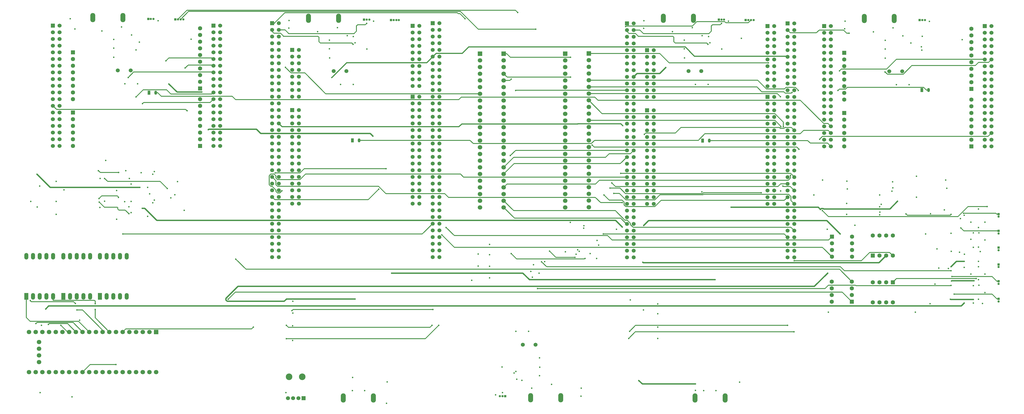
<source format=gbr>
%TF.GenerationSoftware,KiCad,Pcbnew,9.0.2+dfsg-1*%
%TF.CreationDate,2025-07-09T20:59:58-07:00*%
%TF.ProjectId,signalmesh,7369676e-616c-46d6-9573-682e6b696361,rev?*%
%TF.SameCoordinates,Original*%
%TF.FileFunction,Copper,L3,Inr*%
%TF.FilePolarity,Positive*%
%FSLAX46Y46*%
G04 Gerber Fmt 4.6, Leading zero omitted, Abs format (unit mm)*
G04 Created by KiCad (PCBNEW 9.0.2+dfsg-1) date 2025-07-09 20:59:58*
%MOMM*%
%LPD*%
G01*
G04 APERTURE LIST*
G04 Aperture macros list*
%AMRoundRect*
0 Rectangle with rounded corners*
0 $1 Rounding radius*
0 $2 $3 $4 $5 $6 $7 $8 $9 X,Y pos of 4 corners*
0 Add a 4 corners polygon primitive as box body*
4,1,4,$2,$3,$4,$5,$6,$7,$8,$9,$2,$3,0*
0 Add four circle primitives for the rounded corners*
1,1,$1+$1,$2,$3*
1,1,$1+$1,$4,$5*
1,1,$1+$1,$6,$7*
1,1,$1+$1,$8,$9*
0 Add four rect primitives between the rounded corners*
20,1,$1+$1,$2,$3,$4,$5,0*
20,1,$1+$1,$4,$5,$6,$7,0*
20,1,$1+$1,$6,$7,$8,$9,0*
20,1,$1+$1,$8,$9,$2,$3,0*%
G04 Aperture macros list end*
%TA.AperFunction,ComponentPad*%
%ADD10R,0.850000X0.850000*%
%TD*%
%TA.AperFunction,ComponentPad*%
%ADD11C,0.850000*%
%TD*%
%TA.AperFunction,ComponentPad*%
%ADD12R,1.524000X2.524000*%
%TD*%
%TA.AperFunction,ComponentPad*%
%ADD13O,1.524000X2.524000*%
%TD*%
%TA.AperFunction,ComponentPad*%
%ADD14C,1.500000*%
%TD*%
%TA.AperFunction,HeatsinkPad*%
%ADD15O,1.900000X3.500000*%
%TD*%
%TA.AperFunction,ComponentPad*%
%ADD16RoundRect,0.250000X0.550000X0.550000X-0.550000X0.550000X-0.550000X-0.550000X0.550000X-0.550000X0*%
%TD*%
%TA.AperFunction,ComponentPad*%
%ADD17C,1.600000*%
%TD*%
%TA.AperFunction,ComponentPad*%
%ADD18R,1.508000X1.508000*%
%TD*%
%TA.AperFunction,ComponentPad*%
%ADD19C,1.508000*%
%TD*%
%TA.AperFunction,ComponentPad*%
%ADD20C,2.500000*%
%TD*%
%TA.AperFunction,ComponentPad*%
%ADD21R,1.524000X1.524000*%
%TD*%
%TA.AperFunction,ComponentPad*%
%ADD22C,1.524000*%
%TD*%
%TA.AperFunction,ComponentPad*%
%ADD23R,1.700000X1.700000*%
%TD*%
%TA.AperFunction,ComponentPad*%
%ADD24C,1.700000*%
%TD*%
%TA.AperFunction,ComponentPad*%
%ADD25R,1.050000X1.500000*%
%TD*%
%TA.AperFunction,ComponentPad*%
%ADD26O,1.050000X1.500000*%
%TD*%
%TA.AperFunction,ComponentPad*%
%ADD27RoundRect,0.250000X-0.550000X-0.550000X0.550000X-0.550000X0.550000X0.550000X-0.550000X0.550000X0*%
%TD*%
%TA.AperFunction,ComponentPad*%
%ADD28R,1.605000X1.605000*%
%TD*%
%TA.AperFunction,ComponentPad*%
%ADD29C,1.605000*%
%TD*%
%TA.AperFunction,ComponentPad*%
%ADD30R,1.530000X1.530000*%
%TD*%
%TA.AperFunction,ComponentPad*%
%ADD31C,1.530000*%
%TD*%
%TA.AperFunction,ComponentPad*%
%ADD32RoundRect,0.250000X-0.550000X0.550000X-0.550000X-0.550000X0.550000X-0.550000X0.550000X0.550000X0*%
%TD*%
%TA.AperFunction,ComponentPad*%
%ADD33RoundRect,0.250000X0.550000X-0.550000X0.550000X0.550000X-0.550000X0.550000X-0.550000X-0.550000X0*%
%TD*%
%TA.AperFunction,ViaPad*%
%ADD34C,0.600000*%
%TD*%
%TA.AperFunction,ViaPad*%
%ADD35C,0.500000*%
%TD*%
%TA.AperFunction,Conductor*%
%ADD36C,0.500000*%
%TD*%
%TA.AperFunction,Conductor*%
%ADD37C,0.300000*%
%TD*%
%TA.AperFunction,Conductor*%
%ADD38C,0.400000*%
%TD*%
G04 APERTURE END LIST*
D10*
%TO.N,Net-(J15-Pin_1)*%
%TO.C,J15*%
X557555000Y-140920000D03*
D11*
X557555000Y-141920000D03*
%TD*%
D12*
%TO.N,Net-(U18-E)*%
%TO.C,U18*%
X216420000Y-139963000D03*
D13*
%TO.N,Net-(U18-D)*%
X218960000Y-139963000D03*
%TO.N,GND*%
X221500000Y-139963000D03*
%TO.N,Net-(U18-C)*%
X224040000Y-139963000D03*
%TO.N,Net-(U18-DP)*%
X226580000Y-139963000D03*
%TO.N,Net-(U18-B)*%
X226580000Y-124723000D03*
%TO.N,Net-(U18-A)*%
X224040000Y-124723000D03*
%TO.N,GND*%
X221500000Y-124723000D03*
%TO.N,Net-(U18-F)*%
X218960000Y-124723000D03*
%TO.N,Net-(U18-G)*%
X216420000Y-124723000D03*
%TD*%
D14*
%TO.N,Net-(U40-XI)*%
%TO.C,Y9*%
X223210000Y-54144900D03*
%TO.N,Net-(U40-XO)*%
X228090000Y-54144900D03*
%TD*%
D15*
%TO.N,unconnected-(J25-Shield-Pad5)_1*%
%TO.C,J25*%
X391300000Y-178500000D03*
%TO.N,unconnected-(J25-Shield-Pad5)*%
X379900000Y-178500000D03*
%TD*%
D16*
%TO.N,/UUM_CAN_RD*%
%TO.C,U27*%
X501860000Y-142040000D03*
D17*
%TO.N,GND*%
X501860000Y-139500000D03*
%TO.N,UUM_VDD*%
X501860000Y-136960000D03*
%TO.N,/UUM_CAN_TD*%
X501860000Y-134420000D03*
%TO.N,unconnected-(U27-Vref-Pad5)*%
X494240000Y-134420000D03*
%TO.N,/CAN-*%
X494240000Y-136960000D03*
%TO.N,/CAN+*%
X494240000Y-139500000D03*
%TO.N,Net-(U27-Rs)*%
X494240000Y-142040000D03*
%TD*%
D15*
%TO.N,unconnected-(J33-Shield-Pad5)_1*%
%TO.C,J33*%
X213700000Y-34044900D03*
%TO.N,unconnected-(J33-Shield-Pad5)*%
X225100000Y-34044900D03*
%TD*%
D18*
%TO.N,N/C*%
%TO.C,U1*%
X335080000Y-37186000D03*
D19*
X337620000Y-37186000D03*
X335080000Y-39726000D03*
X337620000Y-39726000D03*
X335080000Y-42266000D03*
X337620000Y-42266000D03*
X335080000Y-44806000D03*
X337620000Y-44806000D03*
X335080000Y-47346000D03*
X337620000Y-47346000D03*
X335080000Y-49886000D03*
X337620000Y-49886000D03*
X335080000Y-52426000D03*
X337620000Y-52426000D03*
X335080000Y-54966000D03*
X337620000Y-54966000D03*
X335080000Y-57506000D03*
X337620000Y-57506000D03*
X335080000Y-60046000D03*
X337620000Y-60046000D03*
D18*
X289360000Y-46330000D03*
D19*
X291900000Y-46330000D03*
X289360000Y-48870000D03*
X291900000Y-48870000D03*
X289360000Y-51410000D03*
X291900000Y-51410000D03*
X289360000Y-53950000D03*
X291900000Y-53950000D03*
X289360000Y-56490000D03*
X291900000Y-56490000D03*
X289360000Y-59030000D03*
X291900000Y-59030000D03*
X289360000Y-61570000D03*
X291900000Y-61570000D03*
X289360000Y-64110000D03*
X291900000Y-64110000D03*
D18*
X289360000Y-69190000D03*
D19*
X291900000Y-69190000D03*
X289360000Y-71730000D03*
X291900000Y-71730000D03*
X289360000Y-74270000D03*
X291900000Y-74270000D03*
X289360000Y-76810000D03*
X291900000Y-76810000D03*
X289360000Y-79350000D03*
X291900000Y-79350000D03*
X289360000Y-81890000D03*
X291900000Y-81890000D03*
X289360000Y-84430000D03*
X291900000Y-84430000D03*
X289360000Y-86970000D03*
X291900000Y-86970000D03*
X289360000Y-89510000D03*
X291900000Y-89510000D03*
X289360000Y-92050000D03*
X291900000Y-92050000D03*
X289360000Y-94590000D03*
X291900000Y-94590000D03*
X289360000Y-97130000D03*
X291900000Y-97130000D03*
X289360000Y-99670000D03*
X291900000Y-99670000D03*
X289360000Y-102210000D03*
X291900000Y-102210000D03*
X289360000Y-104750000D03*
X291900000Y-104750000D03*
D18*
X335080000Y-64110000D03*
D19*
X337620000Y-64110000D03*
X335080000Y-66650000D03*
X337620000Y-66650000D03*
X335080000Y-69190000D03*
X337620000Y-69190000D03*
X335080000Y-71730000D03*
X337620000Y-71730000D03*
X335080000Y-74270000D03*
X337620000Y-74270000D03*
X335080000Y-76810000D03*
X337620000Y-76810000D03*
X335080000Y-79350000D03*
X337620000Y-79350000D03*
X335080000Y-81890000D03*
X337620000Y-81890000D03*
X335080000Y-84430000D03*
X337620000Y-84430000D03*
X335080000Y-86970000D03*
X337620000Y-86970000D03*
X335080000Y-89510000D03*
X337620000Y-89510000D03*
X335080000Y-92050000D03*
X337620000Y-92050000D03*
X335080000Y-94590000D03*
X337620000Y-94590000D03*
X335080000Y-97130000D03*
X337620000Y-97130000D03*
X335080000Y-99670000D03*
X337620000Y-99670000D03*
X335080000Y-102210000D03*
X337620000Y-102210000D03*
X335080000Y-104750000D03*
X337620000Y-104750000D03*
D18*
%TO.N,/ACM_CMD_TX*%
X281740000Y-36170000D03*
D19*
%TO.N,/ACM_CMD_RX*%
X284280000Y-36170000D03*
%TO.N,/APM_DBG_TX*%
X281740000Y-38710000D03*
%TO.N,/APM_DBG_RX*%
X284280000Y-38710000D03*
%TO.N,unconnected-(U1A-3V3_VDD-PadCN11_5)*%
X281740000Y-41250000D03*
%TO.N,unconnected-(U1A-5V_EXT-PadCN11_6)*%
X284280000Y-41250000D03*
%TO.N,unconnected-(U1A-BOOT0-PadCN11_7)*%
X281740000Y-43790000D03*
%TO.N,GND*%
X284280000Y-43790000D03*
%TO.N,unconnected-(U1A-PF6-PadCN11_9)*%
X281740000Y-46330000D03*
%TO.N,unconnected-(U1A-NC-PadCN11_10)*%
X284280000Y-46330000D03*
%TO.N,unconnected-(U1A-PF7-PadCN11_11)*%
X281740000Y-48870000D03*
%TO.N,unconnected-(U1A-IOREF-PadCN11_12)*%
X284280000Y-48870000D03*
%TO.N,unconnected-(U1A-PA13-PadCN11_13)*%
X281740000Y-51410000D03*
%TO.N,unconnected-(U1A-NRST-PadCN11_14)*%
X284280000Y-51410000D03*
%TO.N,unconnected-(U1A-PA14-PadCN11_15)*%
X281740000Y-53950000D03*
%TO.N,unconnected-(U1A-3V3-PadCN11_16)*%
X284280000Y-53950000D03*
%TO.N,unconnected-(U1A-PA15-PadCN11_17)*%
X281740000Y-56490000D03*
%TO.N,APM_VDD*%
X284280000Y-56490000D03*
%TO.N,GND*%
X281740000Y-59030000D03*
X284280000Y-59030000D03*
%TO.N,unconnected-(U1A-PB7-PadCN11_21)*%
X281740000Y-61570000D03*
%TO.N,GND*%
X284280000Y-61570000D03*
%TO.N,unconnected-(U1A-PC13-PadCN11_23)*%
X281740000Y-64110000D03*
%TO.N,unconnected-(U1A-VIN-PadCN11_24)*%
X284280000Y-64110000D03*
%TO.N,unconnected-(U1A-PC14-PadCN11_25)*%
X281740000Y-66650000D03*
%TO.N,unconnected-(U1A-NC-PadCN11_26)*%
X284280000Y-66650000D03*
%TO.N,unconnected-(U1A-PC15-PadCN11_27)*%
X281740000Y-69190000D03*
%TO.N,unconnected-(U1A-PA0-PadCN11_28)*%
X284280000Y-69190000D03*
%TO.N,unconnected-(U1A-PH0-PadCN11_29)*%
X281740000Y-71730000D03*
%TO.N,unconnected-(U1A-PA1-PadCN11_30)*%
X284280000Y-71730000D03*
%TO.N,unconnected-(U1A-PH1-PadCN11_31)*%
X281740000Y-74270000D03*
%TO.N,/DAC_R*%
X284280000Y-74270000D03*
%TO.N,unconnected-(U1A-VBAT-PadCN11_33)*%
X281740000Y-76810000D03*
%TO.N,unconnected-(U1A-PB0-PadCN11_34)*%
X284280000Y-76810000D03*
%TO.N,unconnected-(U1A-PC2-PadCN11_35)*%
X281740000Y-79350000D03*
%TO.N,unconnected-(U1A-PC1-PadCN11_36)*%
X284280000Y-79350000D03*
%TO.N,unconnected-(U1A-PC3-PadCN11_37)*%
X281740000Y-81890000D03*
%TO.N,unconnected-(U1A-PC0-PadCN11_38)*%
X284280000Y-81890000D03*
%TO.N,unconnected-(U1A-PD4-PadCN11_39)*%
X281740000Y-84430000D03*
%TO.N,unconnected-(U1A-PD3-PadCN11_40)*%
X284280000Y-84430000D03*
%TO.N,unconnected-(U1A-PD5-PadCN11_41)*%
X281740000Y-86970000D03*
%TO.N,unconnected-(U1A-PG2-PadCN11_42)*%
X284280000Y-86970000D03*
%TO.N,unconnected-(U1A-PD6-PadCN11_43)*%
X281740000Y-89510000D03*
%TO.N,unconnected-(U1A-PG3-PadCN11_44)*%
X284280000Y-89510000D03*
%TO.N,unconnected-(U1A-PD7-PadCN11_45)*%
X281740000Y-92050000D03*
%TO.N,unconnected-(U1A-PE2-PadCN11_46)*%
X284280000Y-92050000D03*
%TO.N,/ISR0*%
X281740000Y-94590000D03*
%TO.N,unconnected-(U1A-PE4-PadCN11_48)*%
X284280000Y-94590000D03*
%TO.N,GND*%
X281740000Y-97130000D03*
%TO.N,unconnected-(U1A-PE5-PadCN11_50)*%
X284280000Y-97130000D03*
%TO.N,/APM/APM_I2C1_SCL*%
X281740000Y-99670000D03*
%TO.N,unconnected-(U1A-PF2-PadCN11_52)*%
X284280000Y-99670000D03*
%TO.N,/APM/APM_I2C1_SDA*%
X281740000Y-102210000D03*
%TO.N,unconnected-(U1A-PF8-PadCN11_54)*%
X284280000Y-102210000D03*
%TO.N,unconnected-(U1A-PD1-PadCN11_55)*%
X281740000Y-104750000D03*
%TO.N,unconnected-(U1A-PF9-PadCN11_56)*%
X284280000Y-104750000D03*
%TO.N,unconnected-(U1A-PD0-PadCN11_57)*%
X281740000Y-107290000D03*
%TO.N,unconnected-(U1A-PG1-PadCN11_58)*%
X284280000Y-107290000D03*
%TO.N,unconnected-(U1A-PG0-PadCN11_59)*%
X281740000Y-109830000D03*
%TO.N,GND*%
X284280000Y-109830000D03*
%TO.N,unconnected-(U1A-PE1-PadCN11_61)*%
X281740000Y-112370000D03*
%TO.N,/IRQ0*%
X284280000Y-112370000D03*
%TO.N,/APM/7SDD_CMD_RX*%
X281740000Y-114910000D03*
%TO.N,unconnected-(U1A-PG15-PadCN11_64)*%
X284280000Y-114910000D03*
%TO.N,unconnected-(U1A-PG12-PadCN11_65)*%
X281740000Y-117450000D03*
%TO.N,unconnected-(U1A-PG10-PadCN11_66)*%
X284280000Y-117450000D03*
%TO.N,unconnected-(U1A-NC-PadCN11_67)*%
X281740000Y-119990000D03*
%TO.N,unconnected-(U1A-PG13-PadCN11_68)*%
X284280000Y-119990000D03*
%TO.N,unconnected-(U1A-PD9-PadCN11_69)*%
X281740000Y-122530000D03*
%TO.N,unconnected-(U1A-PG11-PadCN11_70)*%
X284280000Y-122530000D03*
%TO.N,GND*%
X281740000Y-125070000D03*
X284280000Y-125070000D03*
D18*
%TO.N,unconnected-(U1B-PC9-PadCN12_1)*%
X342700000Y-36190000D03*
D19*
%TO.N,unconnected-(U1B-PC8-PadCN12_2)*%
X345240000Y-36190000D03*
%TO.N,/APM_CAN_RD*%
X342700000Y-38730000D03*
%TO.N,/APM/APM_LED_OK*%
X345240000Y-38730000D03*
%TO.N,/APM_CAN_TD*%
X342700000Y-41270000D03*
%TO.N,/APM/APM_LED_WARN*%
X345240000Y-41270000D03*
%TO.N,unconnected-(U1B-VREFP-PadCN12_7)*%
X342700000Y-43810000D03*
%TO.N,unconnected-(U1B-5V_USB_STLK-PadCN12_8)*%
X345240000Y-43810000D03*
%TO.N,unconnected-(U1B-GND_CN12-PadCN12_20)_2*%
X342700000Y-46350000D03*
%TO.N,unconnected-(U1B-PD8-PadCN12_10)*%
X345240000Y-46350000D03*
%TO.N,/DAC_L*%
X342700000Y-48890000D03*
%TO.N,/APM/APM_USB_D-*%
X345240000Y-48890000D03*
%TO.N,unconnected-(U1B-PA6-PadCN12_13)*%
X342700000Y-51430000D03*
%TO.N,/APM/APM_USB_D+*%
X345240000Y-51430000D03*
%TO.N,unconnected-(U1B-PA7-PadCN12_15)*%
X342700000Y-53970000D03*
%TO.N,unconnected-(U1B-PB12-PadCN12_16)*%
X345240000Y-53970000D03*
%TO.N,unconnected-(U1B-PB6-PadCN12_17)*%
X342700000Y-56510000D03*
%TO.N,unconnected-(U1B-PB11-PadCN12_18)*%
X345240000Y-56510000D03*
%TO.N,unconnected-(U1B-PC7-PadCN12_19)*%
X342700000Y-59050000D03*
%TO.N,unconnected-(U1B-GND_CN12-PadCN12_20)_4*%
X345240000Y-59050000D03*
%TO.N,unconnected-(U1B-PA9-PadCN12_21)*%
X342700000Y-61590000D03*
%TO.N,unconnected-(U1B-PB2-PadCN12_22)*%
X345240000Y-61590000D03*
%TO.N,unconnected-(U1B-PA8-PadCN12_23)*%
X342700000Y-64130000D03*
%TO.N,unconnected-(U1B-PB1-PadCN12_24)*%
X345240000Y-64130000D03*
%TO.N,unconnected-(U1B-PB10-PadCN12_25)*%
X342700000Y-66670000D03*
%TO.N,unconnected-(U1B-PB15-PadCN12_26)*%
X345240000Y-66670000D03*
%TO.N,unconnected-(U1B-PB4-PadCN12_27)*%
X342700000Y-69210000D03*
%TO.N,unconnected-(U1B-PB14-PadCN12_28)*%
X345240000Y-69210000D03*
%TO.N,unconnected-(U1B-PB5-PadCN12_29)*%
X342700000Y-71750000D03*
%TO.N,unconnected-(U1B-PB13-PadCN12_30)*%
X345240000Y-71750000D03*
%TO.N,unconnected-(U1B-PB3-PadCN12_31)*%
X342700000Y-74290000D03*
%TO.N,unconnected-(U1B-AGND_CN12-PadCN12_32)*%
X345240000Y-74290000D03*
%TO.N,unconnected-(U1B-PA10-PadCN12_33)*%
X342700000Y-76830000D03*
%TO.N,/APM/APM_LED_FAIL*%
X345240000Y-76830000D03*
%TO.N,unconnected-(U1B-PA2-PadCN12_35)*%
X342700000Y-79370000D03*
%TO.N,unconnected-(U1B-PF5-PadCN12_36)*%
X345240000Y-79370000D03*
%TO.N,unconnected-(U1B-PA3-PadCN12_37)*%
X342700000Y-81910000D03*
%TO.N,unconnected-(U1B-PF4-PadCN12_38)*%
X345240000Y-81910000D03*
%TO.N,unconnected-(U1B-GND_CN12-PadCN12_20)_1*%
X342700000Y-84450000D03*
%TO.N,unconnected-(U1B-PE8-PadCN12_40)*%
X345240000Y-84450000D03*
%TO.N,unconnected-(U1B-PD13-PadCN12_41)*%
X342700000Y-86990000D03*
%TO.N,unconnected-(U1B-PF10-PadCN12_42)*%
X345240000Y-86990000D03*
%TO.N,unconnected-(U1B-PD12-PadCN12_43)*%
X342700000Y-89530000D03*
%TO.N,unconnected-(U1B-PE7-PadCN12_44)*%
X345240000Y-89530000D03*
%TO.N,unconnected-(U1B-PD11-PadCN12_45)*%
X342700000Y-92070000D03*
%TO.N,unconnected-(U1B-PD14-PadCN12_46)*%
X345240000Y-92070000D03*
%TO.N,unconnected-(U1B-PE10-PadCN12_47)*%
X342700000Y-94610000D03*
%TO.N,unconnected-(U1B-PD15-PadCN12_48)*%
X345240000Y-94610000D03*
%TO.N,unconnected-(U1B-PE12-PadCN12_49)*%
X342700000Y-97150000D03*
%TO.N,unconnected-(U1B-PF14-PadCN12_50)*%
X345240000Y-97150000D03*
%TO.N,unconnected-(U1B-PE14-PadCN12_51)*%
X342700000Y-99690000D03*
%TO.N,unconnected-(U1B-PE9-PadCN12_52)*%
X345240000Y-99690000D03*
%TO.N,unconnected-(U1B-PE15-PadCN12_53)*%
X342700000Y-102230000D03*
%TO.N,unconnected-(U1B-GND_CN12-PadCN12_20)*%
X345240000Y-102230000D03*
%TO.N,unconnected-(U1B-PE13-PadCN12_55)*%
X342700000Y-104770000D03*
%TO.N,unconnected-(U1B-PE11-PadCN12_56)*%
X345240000Y-104770000D03*
%TO.N,unconnected-(U1B-PF13-PadCN12_57)*%
X342700000Y-107310000D03*
%TO.N,unconnected-(U1B-PF3-PadCN12_58)*%
X345240000Y-107310000D03*
%TO.N,unconnected-(U1B-PF12-PadCN12_59)*%
X342700000Y-109850000D03*
%TO.N,unconnected-(U1B-PF15-PadCN12_60)*%
X345240000Y-109850000D03*
%TO.N,/APM/7SDD_CMD_TX*%
X342700000Y-112390000D03*
%TO.N,unconnected-(U1B-PF11-PadCN12_62)*%
X345240000Y-112390000D03*
%TO.N,unconnected-(U1B-GND_CN12-PadCN12_20)_3*%
X342700000Y-114930000D03*
%TO.N,unconnected-(U1B-PE0-PadCN12_64)*%
X345240000Y-114930000D03*
%TO.N,unconnected-(U1B-PD10-PadCN12_65)*%
X342700000Y-117470000D03*
%TO.N,unconnected-(U1B-PG8-PadCN12_66)*%
X345240000Y-117470000D03*
%TO.N,unconnected-(U1B-PG7-PadCN12_67)*%
X342700000Y-120010000D03*
%TO.N,unconnected-(U1B-PG5-PadCN12_68)*%
X345240000Y-120010000D03*
%TO.N,unconnected-(U1B-PG4-PadCN12_69)*%
X342700000Y-122550000D03*
%TO.N,unconnected-(U1B-PG6-PadCN12_70)*%
X345240000Y-122550000D03*
%TO.N,unconnected-(U1B-GND_CN12-PadCN12_20)_6*%
X342700000Y-125090000D03*
%TO.N,unconnected-(U1B-GND_CN12-PadCN12_20)_5*%
X345240000Y-125090000D03*
%TD*%
D20*
%TO.N,/DAC_L*%
%TO.C,TP1*%
X293200000Y-170600000D03*
%TD*%
D21*
%TO.N,unconnected-(J12-Pin_1-Pad1)*%
%TO.C,J12*%
X293750000Y-178700000D03*
D22*
%TO.N,/DAC_L*%
X291750000Y-178700000D03*
%TO.N,/DAC_R*%
X289750000Y-178700000D03*
%TO.N,GND*%
X287750000Y-178700000D03*
%TD*%
D23*
%TO.N,/FMC_D0*%
%TO.C,J9*%
X402000000Y-47720000D03*
D24*
%TO.N,/FMC_D1*%
X402000000Y-50260000D03*
%TO.N,/FMC_D2*%
X402000000Y-52800000D03*
%TO.N,/FMC_D3*%
X402000000Y-55340000D03*
%TO.N,/FMC_D4*%
X402000000Y-57880000D03*
%TO.N,/FMC_D5*%
X402000000Y-60420000D03*
%TO.N,/FMC_D6*%
X402000000Y-62960000D03*
%TO.N,/FMC_D7*%
X402000000Y-65500000D03*
%TO.N,/FMC_D8*%
X402000000Y-68040000D03*
%TO.N,/FMC_D9*%
X402000000Y-70580000D03*
%TO.N,/FMC_D10*%
X402000000Y-73120000D03*
%TO.N,/FMC_D11*%
X402000000Y-75660000D03*
%TO.N,/FMC_D12*%
X402000000Y-78200000D03*
%TO.N,/FMC_D13*%
X402000000Y-80740000D03*
%TO.N,/FMC_D14*%
X402000000Y-83280000D03*
%TO.N,/FMC_D15*%
X402000000Y-85820000D03*
%TO.N,unconnected-(J2-Pin_17-Pad17)*%
X402000000Y-88360000D03*
%TO.N,ACM_VDD*%
X402000000Y-90900000D03*
%TO.N,unconnected-(J2-Pin_19-Pad19)*%
X402000000Y-93440000D03*
%TO.N,unconnected-(J2-Pin_20-Pad20)*%
X402000000Y-95980000D03*
%TO.N,unconnected-(J2-Pin_21-Pad21)*%
X402000000Y-98520000D03*
%TO.N,unconnected-(J2-Pin_22-Pad22)*%
X402000000Y-101060000D03*
%TO.N,GND*%
X402000000Y-103600000D03*
%TO.N,3V3_ACM*%
X402000000Y-106140000D03*
%TD*%
D20*
%TO.N,/DAC_R*%
%TO.C,TP2*%
X288200000Y-170600000D03*
%TD*%
D15*
%TO.N,unconnected-(J31-Shield-Pad5)_1*%
%TO.C,J31*%
X430300000Y-34300000D03*
%TO.N,unconnected-(J31-Shield-Pad5)*%
X441700000Y-34300000D03*
%TD*%
D12*
%TO.N,Net-(U2-E)*%
%TO.C,U2*%
X202500000Y-139963000D03*
D13*
%TO.N,Net-(U2-D)*%
X205040000Y-139963000D03*
%TO.N,GND*%
X207580000Y-139963000D03*
%TO.N,Net-(U2-C)*%
X210120000Y-139963000D03*
%TO.N,Net-(U2-DP)*%
X212660000Y-139963000D03*
%TO.N,Net-(U2-B)*%
X212660000Y-124723000D03*
%TO.N,Net-(U2-A)*%
X210120000Y-124723000D03*
%TO.N,GND*%
X207580000Y-124723000D03*
%TO.N,Net-(U2-F)*%
X205040000Y-124723000D03*
%TO.N,Net-(U2-G)*%
X202500000Y-124723000D03*
%TD*%
D10*
%TO.N,/USB_debug_APM/DBG_TX*%
%TO.C,J30*%
X316650000Y-34880100D03*
D11*
%TO.N,/APM_DBG_RX*%
X317650000Y-34880100D03*
%TO.N,GND*%
X318650000Y-34880100D03*
%TD*%
D23*
%TO.N,/ACM/ACM_SPI_CS*%
%TO.C,J1*%
X369690000Y-47760000D03*
D24*
%TO.N,/ACM/ACM_SPI_MOSI*%
X369690000Y-50300000D03*
%TO.N,/ACM/ACM_SPI_SCLK*%
X369690000Y-52840000D03*
%TO.N,/ACM/ACM_SPI_MISO*%
X369690000Y-55380000D03*
%TO.N,/ACM_DBG_TX*%
X369690000Y-57920000D03*
%TO.N,/ACM_DBG_RX*%
X369690000Y-60460000D03*
%TO.N,/ACM_CMD_RX*%
X369690000Y-63000000D03*
%TO.N,/ACM_CMD_TX*%
X369690000Y-65540000D03*
%TO.N,/ACM/ACM_LED_FAIL*%
X369690000Y-68080000D03*
%TO.N,/ACM/ACM_LED_OK*%
X369690000Y-70620000D03*
%TO.N,/ACM/ACM_LED_WARN*%
X369690000Y-73160000D03*
%TO.N,unconnected-(J1-Pin_12-Pad12)*%
X369690000Y-75700000D03*
%TO.N,unconnected-(J1-Pin_13-Pad13)*%
X369690000Y-78240000D03*
%TO.N,unconnected-(J1-Pin_14-Pad14)*%
X369690000Y-80780000D03*
%TO.N,unconnected-(J1-Pin_15-Pad15)*%
X369690000Y-83320000D03*
%TO.N,unconnected-(J1-Pin_16-Pad16)*%
X369690000Y-85860000D03*
%TO.N,unconnected-(J1-Pin_17-Pad17)*%
X369690000Y-88400000D03*
%TO.N,/FMC_CLK*%
X369690000Y-90940000D03*
%TO.N,/FMC_NWE*%
X369690000Y-93480000D03*
%TO.N,/FMC_NOE*%
X369690000Y-96020000D03*
%TO.N,/FMC_NE*%
X369690000Y-98560000D03*
%TO.N,/FMC_NL*%
X369690000Y-101100000D03*
%TO.N,/FMC_NBL0*%
X369690000Y-103640000D03*
%TO.N,/FMC_NBL1*%
X369690000Y-106180000D03*
%TD*%
D14*
%TO.N,Net-(U19-XI)*%
%TO.C,Y2*%
X381790000Y-158400000D03*
%TO.N,Net-(U19-XO)*%
X376910000Y-158400000D03*
%TD*%
D15*
%TO.N,unconnected-(J21-Shield-Pad5)*%
%TO.C,J21*%
X320200000Y-178600000D03*
%TO.N,unconnected-(J21-Shield-Pad5)_1*%
X308800000Y-178600000D03*
%TD*%
D25*
%TO.N,GND*%
%TO.C,TH1*%
X445142000Y-80782000D03*
D26*
%TO.N,Net-(U9A-PC0{slash}PB8)*%
X447682000Y-80782000D03*
%TD*%
D23*
%TO.N,/ACM/ACM_SPI_CS*%
%TO.C,J8*%
X360690000Y-47760000D03*
D24*
%TO.N,/ACM/ACM_SPI_MOSI*%
X360690000Y-50300000D03*
%TO.N,/ACM/ACM_SPI_SCLK*%
X360690000Y-52840000D03*
%TO.N,/ACM/ACM_SPI_MISO*%
X360690000Y-55380000D03*
%TO.N,/ACM_DBG_TX*%
X360690000Y-57920000D03*
%TO.N,/ACM_DBG_RX*%
X360690000Y-60460000D03*
%TO.N,/ACM_CMD_RX*%
X360690000Y-63000000D03*
%TO.N,/ACM_CMD_TX*%
X360690000Y-65540000D03*
%TO.N,/ACM/ACM_LED_FAIL*%
X360690000Y-68080000D03*
%TO.N,/ACM/ACM_LED_OK*%
X360690000Y-70620000D03*
%TO.N,/ACM/ACM_LED_WARN*%
X360690000Y-73160000D03*
%TO.N,unconnected-(J1-Pin_12-Pad12)*%
X360690000Y-75700000D03*
%TO.N,unconnected-(J1-Pin_13-Pad13)*%
X360690000Y-78240000D03*
%TO.N,unconnected-(J1-Pin_14-Pad14)*%
X360690000Y-80780000D03*
%TO.N,unconnected-(J1-Pin_15-Pad15)*%
X360690000Y-83320000D03*
%TO.N,unconnected-(J1-Pin_16-Pad16)*%
X360690000Y-85860000D03*
%TO.N,unconnected-(J1-Pin_17-Pad17)*%
X360690000Y-88400000D03*
%TO.N,/FMC_CLK*%
X360690000Y-90940000D03*
%TO.N,/FMC_NWE*%
X360690000Y-93480000D03*
%TO.N,/FMC_NOE*%
X360690000Y-96020000D03*
%TO.N,/FMC_NE*%
X360690000Y-98560000D03*
%TO.N,/FMC_NL*%
X360690000Y-101100000D03*
%TO.N,/FMC_NBL0*%
X360690000Y-103640000D03*
%TO.N,/FMC_NBL1*%
X360690000Y-106180000D03*
%TD*%
D10*
%TO.N,TDM_VDD*%
%TO.C,J18*%
X245050000Y-34759900D03*
D11*
%TO.N,/TDM/TDM_I2C1_SDA*%
X246050000Y-34759900D03*
%TO.N,/TDM/TDM_I2C1_SCL*%
X247050000Y-34759900D03*
%TO.N,GND*%
X248050000Y-34759900D03*
%TD*%
D25*
%TO.N,GND*%
%TO.C,TH2*%
X312290000Y-80712000D03*
D26*
%TO.N,Net-(U9A-PB0)*%
X314830000Y-80712000D03*
%TD*%
D10*
%TO.N,/USB_debug_TDM/DBG_TX*%
%TO.C,J28*%
X527600000Y-34980100D03*
D11*
%TO.N,/TDM_DBG_RX*%
X528600000Y-34980100D03*
%TO.N,GND*%
X529600000Y-34980100D03*
%TD*%
D27*
%TO.N,/APM_CAN_RD*%
%TO.C,U29*%
X494250000Y-117340000D03*
D17*
%TO.N,GND*%
X494250000Y-119880000D03*
%TO.N,APM_VDD*%
X494250000Y-122420000D03*
%TO.N,/APM_CAN_TD*%
X494250000Y-124960000D03*
%TO.N,unconnected-(U29-Vref-Pad5)*%
X501870000Y-124960000D03*
%TO.N,/CAN-*%
X501870000Y-122420000D03*
%TO.N,/CAN+*%
X501870000Y-119880000D03*
%TO.N,Net-(U29-Rs)*%
X501870000Y-117340000D03*
%TD*%
D10*
%TO.N,APM_VDD*%
%TO.C,J4*%
X326900000Y-34975000D03*
D11*
%TO.N,/APM/APM_I2C1_SDA*%
X327900000Y-34975000D03*
%TO.N,/APM/APM_I2C1_SCL*%
X328900000Y-34975000D03*
%TO.N,GND*%
X329900000Y-34975000D03*
%TD*%
D23*
%TO.N,/FMC_D0*%
%TO.C,J2*%
X393000000Y-47760000D03*
D24*
%TO.N,/FMC_D1*%
X393000000Y-50300000D03*
%TO.N,/FMC_D2*%
X393000000Y-52840000D03*
%TO.N,/FMC_D3*%
X393000000Y-55380000D03*
%TO.N,/FMC_D4*%
X393000000Y-57920000D03*
%TO.N,/FMC_D5*%
X393000000Y-60460000D03*
%TO.N,/FMC_D6*%
X393000000Y-63000000D03*
%TO.N,/FMC_D7*%
X393000000Y-65540000D03*
%TO.N,/FMC_D8*%
X393000000Y-68080000D03*
%TO.N,/FMC_D9*%
X393000000Y-70620000D03*
%TO.N,/FMC_D10*%
X393000000Y-73160000D03*
%TO.N,/FMC_D11*%
X393000000Y-75700000D03*
%TO.N,/FMC_D12*%
X393000000Y-78240000D03*
%TO.N,/FMC_D13*%
X393000000Y-80780000D03*
%TO.N,/FMC_D14*%
X393000000Y-83320000D03*
%TO.N,/FMC_D15*%
X393000000Y-85860000D03*
%TO.N,unconnected-(J2-Pin_17-Pad17)*%
X393000000Y-88400000D03*
%TO.N,ACM_VDD*%
X393000000Y-90940000D03*
%TO.N,unconnected-(J2-Pin_19-Pad19)*%
X393000000Y-93480000D03*
%TO.N,unconnected-(J2-Pin_20-Pad20)*%
X393000000Y-96020000D03*
%TO.N,unconnected-(J2-Pin_21-Pad21)*%
X393000000Y-98560000D03*
%TO.N,unconnected-(J2-Pin_22-Pad22)*%
X393000000Y-101100000D03*
%TO.N,GND*%
X393000000Y-103640000D03*
%TO.N,3V3_ACM*%
X393000000Y-106180000D03*
%TD*%
D10*
%TO.N,/USB_debug_DSM/DBG_TX*%
%TO.C,J32*%
X451350000Y-34880100D03*
D11*
%TO.N,/DSM_DBG_RX*%
X452350000Y-34880100D03*
%TO.N,GND*%
X453350000Y-34880100D03*
%TD*%
D10*
%TO.N,DSM_VDD*%
%TO.C,J3*%
X461550000Y-34975000D03*
D11*
%TO.N,/DSM/DSM_I2C1_SDA*%
X462550000Y-34975000D03*
%TO.N,/DSM/DSM_I2C1_SCL*%
X463550000Y-34975000D03*
%TO.N,GND*%
X464550000Y-34975000D03*
%TD*%
D28*
%TO.N,N/C*%
%TO.C,U9*%
X547240000Y-61190000D03*
D29*
X547240000Y-58650000D03*
X547240000Y-56110000D03*
X547240000Y-53570000D03*
X547240000Y-51030000D03*
X547240000Y-48490000D03*
X547240000Y-45950000D03*
X547240000Y-43410000D03*
X547240000Y-40870000D03*
X547240000Y-38330000D03*
D28*
X498980000Y-47470000D03*
D29*
X498980000Y-50010000D03*
X498980000Y-52550000D03*
X498980000Y-55090000D03*
X498980000Y-57630000D03*
X498980000Y-60170000D03*
X498980000Y-62710000D03*
X498980000Y-65250000D03*
D30*
%TO.N,unconnected-(U9A-PC10-PadCN7_1)*%
X491360000Y-37310000D03*
D31*
%TO.N,unconnected-(U9A-PC11-PadCN7_2)*%
X493900000Y-37310000D03*
%TO.N,unconnected-(U9A-PC12-PadCN7_3)*%
X491360000Y-39850000D03*
%TO.N,unconnected-(U9A-PD2-PadCN7_4)*%
X493900000Y-39850000D03*
%TO.N,unconnected-(U9A-VDD-PadCN7_5)*%
X491360000Y-42390000D03*
%TO.N,unconnected-(U9A-E5V-PadCN7_6)*%
X493900000Y-42390000D03*
%TO.N,unconnected-(U9A-BOOT0-PadCN7_7)*%
X491360000Y-44930000D03*
%TO.N,unconnected-(U9A-CN7_GND-PadCN7_19)_2*%
X493900000Y-44930000D03*
%TO.N,N/C*%
X491360000Y-47470000D03*
X493900000Y-47470000D03*
X491360000Y-50010000D03*
%TO.N,unconnected-(U9A-CN7_IOREF-PadCN7_12)*%
X493900000Y-50010000D03*
%TO.N,unconnected-(U9A-PA13-PadCN7_13)*%
X491360000Y-52550000D03*
%TO.N,unconnected-(U9A-CN7_RESET-PadCN7_14)*%
X493900000Y-52550000D03*
%TO.N,unconnected-(U9A-PA14-PadCN7_15)*%
X491360000Y-55090000D03*
%TO.N,unconnected-(U9A-CN7_+3V3-PadCN7_16)*%
X493900000Y-55090000D03*
%TO.N,unconnected-(U9A-PA15-PadCN7_17)*%
X491360000Y-57630000D03*
%TO.N,unconnected-(U9A-CN7_+5V-PadCN7_18)*%
X493900000Y-57630000D03*
%TO.N,unconnected-(U9A-CN7_GND-PadCN7_19)_1*%
X491360000Y-60170000D03*
%TO.N,unconnected-(U9A-CN7_GND-PadCN7_19)*%
X493900000Y-60170000D03*
%TO.N,unconnected-(U9A-PB7-PadCN7_21)*%
X491360000Y-62710000D03*
%TO.N,unconnected-(U9A-CN7_GND-PadCN7_19)_3*%
X493900000Y-62710000D03*
%TO.N,unconnected-(U9A-PC13-PadCN7_23)*%
X491360000Y-65250000D03*
%TO.N,unconnected-(U9A-CN7_VIN-PadCN7_24)*%
X493900000Y-65250000D03*
%TO.N,unconnected-(U9A-PC14-PadCN7_25)*%
X491360000Y-67790000D03*
%TO.N,N/C*%
X493900000Y-67790000D03*
%TO.N,unconnected-(U9A-PC15-PadCN7_27)*%
X491360000Y-70330000D03*
%TO.N,unconnected-(U9A-PA0-PadCN7_28)*%
X493900000Y-70330000D03*
%TO.N,unconnected-(U9A-PH0-PadCN7_29)*%
X491360000Y-72870000D03*
%TO.N,unconnected-(U9A-PA1-PadCN7_30)*%
X493900000Y-72870000D03*
%TO.N,unconnected-(U9A-PH1-PadCN7_31)*%
X491360000Y-75410000D03*
%TO.N,Net-(U9A-PA4)*%
X493900000Y-75410000D03*
%TO.N,unconnected-(U9A-VBAT-PadCN7_33)*%
X491360000Y-77950000D03*
%TO.N,Net-(U9A-PB0)*%
X493900000Y-77950000D03*
%TO.N,unconnected-(U9A-PC2-PadCN7_35)*%
X491360000Y-80490000D03*
%TO.N,Net-(U9A-PC1{slash}PB9)*%
X493900000Y-80490000D03*
%TO.N,unconnected-(U9A-PC3-PadCN7_37)*%
X491360000Y-83030000D03*
%TO.N,Net-(U9A-PC0{slash}PB8)*%
X493900000Y-83030000D03*
D28*
%TO.N,N/C*%
X498980000Y-70330000D03*
D29*
X498980000Y-72870000D03*
X498980000Y-75410000D03*
X498980000Y-77950000D03*
X498980000Y-80490000D03*
X498980000Y-83030000D03*
D28*
X547240000Y-83030000D03*
D29*
X547240000Y-80490000D03*
X547240000Y-77950000D03*
X547240000Y-75410000D03*
X547240000Y-72870000D03*
X547240000Y-70330000D03*
X547240000Y-67790000D03*
X547240000Y-65250000D03*
D30*
%TO.N,unconnected-(U9B-PC9-PadCN10_1)*%
X552320000Y-37310000D03*
D31*
%TO.N,unconnected-(U9B-PC8-PadCN10_2)*%
X554860000Y-37310000D03*
%TO.N,/TDM/TDM_I2C1_SCL*%
X552320000Y-39850000D03*
%TO.N,unconnected-(U9B-PC6-PadCN10_4)*%
X554860000Y-39850000D03*
%TO.N,/TDM/TDM_I2C1_SDA*%
X552320000Y-42390000D03*
%TO.N,/TDM/TDM_LED_FAIL*%
X554860000Y-42390000D03*
%TO.N,unconnected-(U9B-AVDD-PadCN10_7)*%
X552320000Y-44930000D03*
%TO.N,TDM_VDD*%
X554860000Y-44930000D03*
%TO.N,GND*%
X552320000Y-47470000D03*
%TO.N,N/C*%
X554860000Y-47470000D03*
%TO.N,/TDM/TDM_LED_OK*%
X552320000Y-50010000D03*
%TO.N,/TDM_CAN_TD*%
X554860000Y-50010000D03*
%TO.N,unconnected-(U9B-PA6-PadCN10_13)*%
X552320000Y-52550000D03*
%TO.N,/TDM_CAN_RD*%
X554860000Y-52550000D03*
%TO.N,unconnected-(U9B-PA7-PadCN10_15)*%
X552320000Y-55090000D03*
%TO.N,unconnected-(U9B-PB12-PadCN10_16)*%
X554860000Y-55090000D03*
%TO.N,unconnected-(U9B-PB6-PadCN10_17)*%
X552320000Y-57630000D03*
%TO.N,N/C*%
X554860000Y-57630000D03*
%TO.N,unconnected-(U9B-PC7-PadCN10_19)*%
X552320000Y-60170000D03*
%TO.N,GND*%
X554860000Y-60170000D03*
%TO.N,unconnected-(U9B-PA9-PadCN10_21)*%
X552320000Y-62710000D03*
%TO.N,unconnected-(U9B-PB2-PadCN10_22)*%
X554860000Y-62710000D03*
%TO.N,unconnected-(U9B-PA8-PadCN10_23)*%
X552320000Y-65250000D03*
%TO.N,unconnected-(U9B-PB1-PadCN10_24)*%
X554860000Y-65250000D03*
%TO.N,unconnected-(U9B-PB10-PadCN10_25)*%
X552320000Y-67790000D03*
%TO.N,unconnected-(U9B-PB15-PadCN10_26)*%
X554860000Y-67790000D03*
%TO.N,unconnected-(U9B-PB4-PadCN10_27)*%
X552320000Y-70330000D03*
%TO.N,unconnected-(U9B-PB14-PadCN10_28)*%
X554860000Y-70330000D03*
%TO.N,unconnected-(U9B-PB5-PadCN10_29)*%
X552320000Y-72870000D03*
%TO.N,unconnected-(U9B-PB13-PadCN10_30)*%
X554860000Y-72870000D03*
%TO.N,unconnected-(U9B-PB3-PadCN10_31)*%
X552320000Y-75410000D03*
%TO.N,unconnected-(U9B-AGND-PadCN10_32)*%
X554860000Y-75410000D03*
%TO.N,unconnected-(U9B-PA10-PadCN10_33)*%
X552320000Y-77950000D03*
%TO.N,/TDM/TDM_LED_WARN*%
X554860000Y-77950000D03*
%TO.N,/TDM_DBG_TX*%
X552320000Y-80490000D03*
%TO.N,N/C*%
X554860000Y-80490000D03*
%TO.N,/TDM_DBG_RX*%
X552320000Y-83030000D03*
%TO.N,N/C*%
X554860000Y-83030000D03*
%TD*%
D14*
%TO.N,Net-(U38-XI)*%
%TO.C,Y7*%
X305110000Y-54400000D03*
%TO.N,Net-(U38-XO)*%
X309990000Y-54400000D03*
%TD*%
D10*
%TO.N,Net-(J11-Pin_1)*%
%TO.C,J11*%
X557555000Y-134225000D03*
D11*
X557555000Y-135225000D03*
%TD*%
D10*
%TO.N,Net-(J6-Pin_1)*%
%TO.C,J6*%
X557555000Y-115100000D03*
D11*
X557555000Y-116100000D03*
%TD*%
D14*
%TO.N,Net-(U39-XI)*%
%TO.C,Y8*%
X439810000Y-54400000D03*
%TO.N,Net-(U39-XO)*%
X444690000Y-54400000D03*
%TD*%
D25*
%TO.N,GND*%
%TO.C,TH4*%
X528400000Y-61600000D03*
D26*
%TO.N,Net-(U9A-PC1{slash}PB9)*%
X530940000Y-61600000D03*
%TD*%
D10*
%TO.N,Net-(J10-Pin_1)*%
%TO.C,J10*%
X557555000Y-127850000D03*
D11*
X557555000Y-128850000D03*
%TD*%
D15*
%TO.N,unconnected-(J22-Shield-Pad5)_1*%
%TO.C,J22*%
X453700000Y-178600000D03*
%TO.N,unconnected-(J22-Shield-Pad5)*%
X442300000Y-178600000D03*
%TD*%
D10*
%TO.N,/USB_debug_UUM/DBG_TX*%
%TO.C,J34*%
X234750000Y-34625000D03*
D11*
%TO.N,/UUM_DBG_RX*%
X235750000Y-34625000D03*
%TO.N,GND*%
X236750000Y-34625000D03*
%TD*%
D23*
%TO.N,unconnected-(U4-PB12-Pad1)*%
%TO.C,U4*%
X237780000Y-153500000D03*
D24*
%TO.N,unconnected-(U4-PB13-Pad2)*%
X235240000Y-153500000D03*
%TO.N,unconnected-(U4-PB14-Pad3)*%
X232700000Y-153500000D03*
%TO.N,unconnected-(U4-PB15-Pad4)*%
X230160000Y-153500000D03*
%TO.N,unconnected-(U4-PA8-Pad5)*%
X227620000Y-153500000D03*
%TO.N,/APM/7SDD_CMD_RX*%
X225080000Y-153500000D03*
%TO.N,/APM/7SDD_CMD_TX*%
X222540000Y-153500000D03*
%TO.N,Net-(U36-DP)*%
X220000000Y-153500000D03*
%TO.N,Net-(U36-G)*%
X217460000Y-153500000D03*
%TO.N,Net-(U36-F)*%
X214920000Y-153500000D03*
%TO.N,Net-(U36-E)*%
X212380000Y-153500000D03*
%TO.N,Net-(U36-D)*%
X209840000Y-153500000D03*
%TO.N,Net-(U36-C)*%
X207300000Y-153500000D03*
%TO.N,Net-(U36-B)*%
X204760000Y-153500000D03*
%TO.N,Net-(U36-A)*%
X202220000Y-153500000D03*
%TO.N,Net-(U2-DP)*%
X199680000Y-153500000D03*
%TO.N,Net-(U2-G)*%
X197140000Y-153500000D03*
%TO.N,5V_7SDD*%
X194600000Y-153500000D03*
%TO.N,unconnected-(U4-GND-Pad19)*%
X192060000Y-153500000D03*
%TO.N,unconnected-(U4-3V3-Pad20)*%
X189520000Y-153500000D03*
%TO.N,unconnected-(U4-VBat-Pad21)*%
X189520000Y-168740000D03*
%TO.N,unconnected-(U4-PC13-Pad22)*%
X192060000Y-168740000D03*
%TO.N,Net-(U2-F)*%
X194600000Y-168740000D03*
%TO.N,Net-(U2-E)*%
X197140000Y-168740000D03*
%TO.N,Net-(U2-D)*%
X199680000Y-168740000D03*
%TO.N,Net-(U2-C)*%
X202220000Y-168740000D03*
%TO.N,Net-(U2-B)*%
X204760000Y-168740000D03*
%TO.N,Net-(U2-A)*%
X207300000Y-168740000D03*
%TO.N,Net-(U18-DP)*%
X209840000Y-168740000D03*
%TO.N,Net-(U18-G)*%
X212380000Y-168740000D03*
%TO.N,Net-(U18-F)*%
X214920000Y-168740000D03*
%TO.N,Net-(U18-E)*%
X217460000Y-168740000D03*
%TO.N,Net-(U18-D)*%
X220000000Y-168740000D03*
%TO.N,Net-(U18-C)*%
X222540000Y-168740000D03*
%TO.N,Net-(U18-B)*%
X225080000Y-168740000D03*
%TO.N,Net-(U18-A)*%
X227620000Y-168740000D03*
%TO.N,unconnected-(U4-RST-Pad37)*%
X230160000Y-168740000D03*
%TO.N,unconnected-(U4-3V3-Pad38)*%
X232700000Y-168740000D03*
%TO.N,GND*%
X235240000Y-168740000D03*
%TO.N,unconnected-(U4-GND-Pad40)*%
X237780000Y-168740000D03*
%TO.N,N/C*%
X193331000Y-164932000D03*
X193331000Y-162392000D03*
X193331000Y-159852000D03*
X193331000Y-157312000D03*
%TD*%
D15*
%TO.N,unconnected-(J29-Shield-Pad5)_1*%
%TO.C,J29*%
X295600000Y-34300000D03*
%TO.N,unconnected-(J29-Shield-Pad5)*%
X307000000Y-34300000D03*
%TD*%
D25*
%TO.N,GND*%
%TO.C,TH3*%
X235000000Y-62600000D03*
D26*
%TO.N,Net-(U9A-PA4)*%
X237540000Y-62600000D03*
%TD*%
D28*
%TO.N,unconnected-(U3F-D8-PadCN5_1)*%
%TO.C,U3*%
X254460000Y-60970000D03*
D29*
%TO.N,unconnected-(U3F-D9-PadCN5_2)*%
X254460000Y-58430000D03*
%TO.N,unconnected-(U3F-D10-PadCN5_3)*%
X254460000Y-55890000D03*
%TO.N,unconnected-(U3F-D11-PadCN5_4)*%
X254460000Y-53350000D03*
%TO.N,unconnected-(U3F-D12-PadCN5_5)*%
X254460000Y-50810000D03*
%TO.N,unconnected-(U3F-D13-PadCN5_6)*%
X254460000Y-48270000D03*
%TO.N,unconnected-(U3F-GND_S6-PadCN5_7)*%
X254460000Y-45730000D03*
%TO.N,unconnected-(U3F-AVDD_S6-PadCN5_8)*%
X254460000Y-43190000D03*
%TO.N,unconnected-(U3F-D14-PadCN5_9)*%
X254460000Y-40650000D03*
%TO.N,unconnected-(U3F-D15-PadCN5_10)*%
X254460000Y-38110000D03*
D28*
%TO.N,N/C*%
X206200000Y-47250000D03*
D29*
%TO.N,unconnected-(U3C-IOREF-PadCN6_2)*%
X206200000Y-49790000D03*
%TO.N,unconnected-(U3C-RESET-PadCN6_3)*%
X206200000Y-52330000D03*
%TO.N,unconnected-(U3C-+3V3-PadCN6_4)*%
X206200000Y-54870000D03*
%TO.N,unconnected-(U3C-+5V-PadCN6_5)*%
X206200000Y-57410000D03*
%TO.N,unconnected-(U3C-GND-PadCN6_6)_1*%
X206200000Y-59950000D03*
%TO.N,unconnected-(U3C-GND-PadCN6_6)*%
X206200000Y-62490000D03*
%TO.N,unconnected-(U3C-VIN-PadCN6_8)*%
X206200000Y-65030000D03*
D30*
%TO.N,unconnected-(U3A-PC10-PadCN7_1)*%
X198580000Y-37090000D03*
D31*
%TO.N,unconnected-(U3A-PC11-PadCN7_2)*%
X201120000Y-37090000D03*
%TO.N,unconnected-(U3A-PC12-PadCN7_3)*%
X198580000Y-39630000D03*
%TO.N,unconnected-(U3A-PD2-PadCN7_4)*%
X201120000Y-39630000D03*
%TO.N,unconnected-(U3A-VDD-PadCN7_5)*%
X198580000Y-42170000D03*
%TO.N,unconnected-(U3A-E5V-PadCN7_6)*%
X201120000Y-42170000D03*
%TO.N,unconnected-(U3A-BOOT0-PadCN7_7)*%
X198580000Y-44710000D03*
%TO.N,unconnected-(U3A-GND_S1-PadCN7_19)_3*%
X201120000Y-44710000D03*
%TO.N,N/C*%
X198580000Y-47250000D03*
X201120000Y-47250000D03*
X198580000Y-49790000D03*
%TO.N,unconnected-(U3A-IOREF_S1-PadCN7_12)*%
X201120000Y-49790000D03*
%TO.N,unconnected-(U3A-PA13-PadCN7_13)*%
X198580000Y-52330000D03*
%TO.N,unconnected-(U3A-RESET_S1-PadCN7_14)*%
X201120000Y-52330000D03*
%TO.N,unconnected-(U3A-PA14-PadCN7_15)*%
X198580000Y-54870000D03*
%TO.N,UUM_3v3*%
X201120000Y-54870000D03*
%TO.N,unconnected-(U3A-PA15-PadCN7_17)*%
X198580000Y-57410000D03*
%TO.N,UUM_VDD*%
X201120000Y-57410000D03*
%TO.N,unconnected-(U3A-GND_S1-PadCN7_19)_1*%
X198580000Y-59950000D03*
%TO.N,unconnected-(U3A-GND_S1-PadCN7_19)_2*%
X201120000Y-59950000D03*
%TO.N,unconnected-(U3A-PB7-PadCN7_21)*%
X198580000Y-62490000D03*
%TO.N,unconnected-(U3A-GND_S1-PadCN7_19)*%
X201120000Y-62490000D03*
%TO.N,unconnected-(U3A-PC13-PadCN7_23)*%
X198580000Y-65030000D03*
%TO.N,unconnected-(U3A-VIN_S1-PadCN7_24)*%
X201120000Y-65030000D03*
%TO.N,/UUM/UUM_SPI_SEL*%
X198580000Y-67570000D03*
%TO.N,N/C*%
X201120000Y-67570000D03*
%TO.N,unconnected-(U3A-PC15-PadCN7_27)*%
X198580000Y-70110000D03*
%TO.N,unconnected-(U3A-PA0-PadCN7_28)*%
X201120000Y-70110000D03*
%TO.N,unconnected-(U3A-PF0-PadCN7_29)*%
X198580000Y-72650000D03*
%TO.N,unconnected-(U3A-PA1-PadCN7_30)*%
X201120000Y-72650000D03*
%TO.N,unconnected-(U3A-PF1-PadCN7_31)*%
X198580000Y-75190000D03*
%TO.N,unconnected-(U3A-PA4-PadCN7_32)*%
X201120000Y-75190000D03*
%TO.N,unconnected-(U3A-VBAT-PadCN7_33)*%
X198580000Y-77730000D03*
%TO.N,unconnected-(U3A-PB0-PadCN7_34)*%
X201120000Y-77730000D03*
%TO.N,/UUM/UUM_LED_OK*%
X198580000Y-80270000D03*
%TO.N,/UUM/UUM_LED_WARN*%
X201120000Y-80270000D03*
%TO.N,unconnected-(U3A-PC3-PadCN7_37)*%
X198580000Y-82810000D03*
%TO.N,/UUM/UUM_LED_FAIL*%
X201120000Y-82810000D03*
D28*
%TO.N,unconnected-(U3E-A0-PadCN8_1)*%
X206200000Y-70110000D03*
D29*
%TO.N,unconnected-(U3E-A1-PadCN8_2)*%
X206200000Y-72650000D03*
%TO.N,unconnected-(U3E-A2-PadCN8_3)*%
X206200000Y-75190000D03*
%TO.N,unconnected-(U3E-A3-PadCN8_4)*%
X206200000Y-77730000D03*
%TO.N,unconnected-(U3E-A4-PadCN8_5)*%
X206200000Y-80270000D03*
%TO.N,unconnected-(U3E-A5-PadCN8_6)*%
X206200000Y-82810000D03*
D28*
%TO.N,unconnected-(U3D-D0-PadCN9_1)*%
X254460000Y-82810000D03*
D29*
%TO.N,unconnected-(U3D-D1-PadCN9_2)*%
X254460000Y-80270000D03*
%TO.N,unconnected-(U3D-D2-PadCN9_3)*%
X254460000Y-77730000D03*
%TO.N,unconnected-(U3D-D3-PadCN9_4)*%
X254460000Y-75190000D03*
%TO.N,unconnected-(U3D-D4-PadCN9_5)*%
X254460000Y-72650000D03*
%TO.N,unconnected-(U3D-D5-PadCN9_6)*%
X254460000Y-70110000D03*
%TO.N,unconnected-(U3D-D6-PadCN9_7)*%
X254460000Y-67570000D03*
%TO.N,unconnected-(U3D-D7-PadCN9_8)*%
X254460000Y-65030000D03*
D30*
%TO.N,unconnected-(U3B-PC9-PadCN10_1)*%
X259540000Y-37090000D03*
D31*
%TO.N,unconnected-(U3B-PC8-PadCN10_2)*%
X262080000Y-37090000D03*
%TO.N,/UUM_CAN_RD*%
X259540000Y-39630000D03*
%TO.N,unconnected-(U3B-PC6-PadCN10_4)*%
X262080000Y-39630000D03*
%TO.N,/UUM_CAN_TD*%
X259540000Y-42170000D03*
%TO.N,unconnected-(U3B-PC5-PadCN10_6)*%
X262080000Y-42170000D03*
%TO.N,unconnected-(U3B-AVDD-PadCN10_7)*%
X259540000Y-44710000D03*
%TO.N,unconnected-(U3B-U5V-PadCN10_8)*%
X262080000Y-44710000D03*
%TO.N,GND*%
X259540000Y-47250000D03*
%TO.N,N/C*%
X262080000Y-47250000D03*
%TO.N,/UUM/UUM_SPI1_SCLK*%
X259540000Y-49790000D03*
%TO.N,unconnected-(U3B-PA12-PadCN10_12)*%
X262080000Y-49790000D03*
%TO.N,/UUM/UUM_SPI1_MISO*%
X259540000Y-52330000D03*
%TO.N,unconnected-(U3B-PA11-PadCN10_14)*%
X262080000Y-52330000D03*
%TO.N,/UUM/UUM_SPI1_MOSI*%
X259540000Y-54870000D03*
%TO.N,unconnected-(U3B-PB12-PadCN10_16)*%
X262080000Y-54870000D03*
%TO.N,unconnected-(U3B-PB6-PadCN10_17)*%
X259540000Y-57410000D03*
%TO.N,unconnected-(U3B-PB11-PadCN10_18)*%
X262080000Y-57410000D03*
%TO.N,unconnected-(U3B-PC7-PadCN10_19)*%
X259540000Y-59950000D03*
%TO.N,GND*%
X262080000Y-59950000D03*
%TO.N,/UUM/UUM_SPI2_CS*%
X259540000Y-62490000D03*
%TO.N,unconnected-(U3B-PB2-PadCN10_22)*%
X262080000Y-62490000D03*
%TO.N,/UUM/UUM_SPI1_CS*%
X259540000Y-65030000D03*
%TO.N,unconnected-(U3B-PB1-PadCN10_24)*%
X262080000Y-65030000D03*
%TO.N,unconnected-(U3B-PB10-PadCN10_25)*%
X259540000Y-67570000D03*
%TO.N,unconnected-(U3B-PB15-PadCN10_26)*%
X262080000Y-67570000D03*
%TO.N,unconnected-(U3B-PB4-PadCN10_27)*%
X259540000Y-70110000D03*
%TO.N,unconnected-(U3B-PB14-PadCN10_28)*%
X262080000Y-70110000D03*
%TO.N,unconnected-(U3B-PB5-PadCN10_29)*%
X259540000Y-72650000D03*
%TO.N,unconnected-(U3B-PB13-PadCN10_30)*%
X262080000Y-72650000D03*
%TO.N,unconnected-(U3B-PB3-PadCN10_31)*%
X259540000Y-75190000D03*
%TO.N,unconnected-(U3B-AGND-PadCN10_32)*%
X262080000Y-75190000D03*
%TO.N,unconnected-(U3B-PA10-PadCN10_33)*%
X259540000Y-77730000D03*
%TO.N,unconnected-(U3B-PC4-PadCN10_34)*%
X262080000Y-77730000D03*
%TO.N,/UUM_DBG_TX*%
X259540000Y-80270000D03*
%TO.N,N/C*%
X262080000Y-80270000D03*
%TO.N,/UUM_DBG_RX*%
X259540000Y-82810000D03*
%TO.N,N/C*%
X262080000Y-82810000D03*
%TD*%
D32*
%TO.N,/TDM_CAN_RD*%
%TO.C,U31*%
X517360000Y-134620000D03*
D17*
%TO.N,GND*%
X514820000Y-134620000D03*
%TO.N,TDM_VDD*%
X512280000Y-134620000D03*
%TO.N,/TDM_CAN_TD*%
X509740000Y-134620000D03*
%TO.N,unconnected-(U31-Vref-Pad5)*%
X509740000Y-142240000D03*
%TO.N,/CAN-*%
X512280000Y-142240000D03*
%TO.N,/CAN+*%
X514820000Y-142240000D03*
%TO.N,Net-(U31-Rs)*%
X517360000Y-142240000D03*
%TD*%
D18*
%TO.N,N/C*%
%TO.C,U17*%
X469800000Y-37256000D03*
D19*
X472340000Y-37256000D03*
X469800000Y-39796000D03*
X472340000Y-39796000D03*
X469800000Y-42336000D03*
X472340000Y-42336000D03*
X469800000Y-44876000D03*
X472340000Y-44876000D03*
X469800000Y-47416000D03*
X472340000Y-47416000D03*
X469800000Y-49956000D03*
X472340000Y-49956000D03*
X469800000Y-52496000D03*
X472340000Y-52496000D03*
X469800000Y-55036000D03*
X472340000Y-55036000D03*
X469800000Y-57576000D03*
X472340000Y-57576000D03*
X469800000Y-60116000D03*
X472340000Y-60116000D03*
D18*
X424080000Y-46400000D03*
D19*
X426620000Y-46400000D03*
X424080000Y-48940000D03*
X426620000Y-48940000D03*
X424080000Y-51480000D03*
X426620000Y-51480000D03*
X424080000Y-54020000D03*
X426620000Y-54020000D03*
X424080000Y-56560000D03*
X426620000Y-56560000D03*
X424080000Y-59100000D03*
X426620000Y-59100000D03*
X424080000Y-61640000D03*
X426620000Y-61640000D03*
X424080000Y-64180000D03*
X426620000Y-64180000D03*
D18*
X424080000Y-69260000D03*
D19*
X426620000Y-69260000D03*
X424080000Y-71800000D03*
X426620000Y-71800000D03*
X424080000Y-74340000D03*
X426620000Y-74340000D03*
X424080000Y-76880000D03*
X426620000Y-76880000D03*
X424080000Y-79420000D03*
X426620000Y-79420000D03*
X424080000Y-81960000D03*
X426620000Y-81960000D03*
X424080000Y-84500000D03*
X426620000Y-84500000D03*
X424080000Y-87040000D03*
X426620000Y-87040000D03*
X424080000Y-89580000D03*
X426620000Y-89580000D03*
X424080000Y-92120000D03*
X426620000Y-92120000D03*
X424080000Y-94660000D03*
X426620000Y-94660000D03*
X424080000Y-97200000D03*
X426620000Y-97200000D03*
X424080000Y-99740000D03*
X426620000Y-99740000D03*
X424080000Y-102280000D03*
X426620000Y-102280000D03*
X424080000Y-104820000D03*
X426620000Y-104820000D03*
D18*
X469800000Y-64180000D03*
D19*
X472340000Y-64180000D03*
X469800000Y-66720000D03*
X472340000Y-66720000D03*
X469800000Y-69260000D03*
X472340000Y-69260000D03*
X469800000Y-71800000D03*
X472340000Y-71800000D03*
X469800000Y-74340000D03*
X472340000Y-74340000D03*
X469800000Y-76880000D03*
X472340000Y-76880000D03*
X469800000Y-79420000D03*
X472340000Y-79420000D03*
X469800000Y-81960000D03*
X472340000Y-81960000D03*
X469800000Y-84500000D03*
X472340000Y-84500000D03*
X469800000Y-87040000D03*
X472340000Y-87040000D03*
X469800000Y-89580000D03*
X472340000Y-89580000D03*
X469800000Y-92120000D03*
X472340000Y-92120000D03*
X469800000Y-94660000D03*
X472340000Y-94660000D03*
X469800000Y-97200000D03*
X472340000Y-97200000D03*
X469800000Y-99740000D03*
X472340000Y-99740000D03*
X469800000Y-102280000D03*
X472340000Y-102280000D03*
X469800000Y-104820000D03*
X472340000Y-104820000D03*
D18*
%TO.N,unconnected-(U17A-PC10-PadCN11_1)*%
X416460000Y-36240000D03*
D19*
%TO.N,unconnected-(U17A-PC11-PadCN11_2)*%
X419000000Y-36240000D03*
%TO.N,/DSM_DBG_TX*%
X416460000Y-38780000D03*
%TO.N,/DSM_DBG_RX*%
X419000000Y-38780000D03*
%TO.N,unconnected-(U17A-3V3_VDD-PadCN11_5)*%
X416460000Y-41320000D03*
%TO.N,unconnected-(U17A-5V_EXT-PadCN11_6)*%
X419000000Y-41320000D03*
%TO.N,unconnected-(U17A-BOOT0-PadCN11_7)*%
X416460000Y-43860000D03*
%TO.N,GND*%
X419000000Y-43860000D03*
%TO.N,unconnected-(U17A-PF6-PadCN11_9)*%
X416460000Y-46400000D03*
%TO.N,unconnected-(U17A-NC-PadCN11_10)*%
X419000000Y-46400000D03*
%TO.N,unconnected-(U17A-PF7-PadCN11_11)*%
X416460000Y-48940000D03*
%TO.N,unconnected-(U17A-IOREF-PadCN11_12)*%
X419000000Y-48940000D03*
%TO.N,unconnected-(U17A-PA13-PadCN11_13)*%
X416460000Y-51480000D03*
%TO.N,unconnected-(U17A-NRST-PadCN11_14)*%
X419000000Y-51480000D03*
%TO.N,unconnected-(U17A-PA14-PadCN11_15)*%
X416460000Y-54020000D03*
%TO.N,unconnected-(U17A-3V3-PadCN11_16)*%
X419000000Y-54020000D03*
%TO.N,unconnected-(U17A-PA15-PadCN11_17)*%
X416460000Y-56560000D03*
%TO.N,DSM_VDD*%
X419000000Y-56560000D03*
%TO.N,GND*%
X416460000Y-59100000D03*
X419000000Y-59100000D03*
%TO.N,/FMC_NL*%
X416460000Y-61640000D03*
%TO.N,GND*%
X419000000Y-61640000D03*
%TO.N,unconnected-(U17A-PC13-PadCN11_23)*%
X416460000Y-64180000D03*
%TO.N,unconnected-(U17A-VIN-PadCN11_24)*%
X419000000Y-64180000D03*
%TO.N,unconnected-(U17A-PC14-PadCN11_25)*%
X416460000Y-66720000D03*
%TO.N,unconnected-(U17A-NC-PadCN11_26)*%
X419000000Y-66720000D03*
%TO.N,unconnected-(U17A-PC15-PadCN11_27)*%
X416460000Y-69260000D03*
%TO.N,unconnected-(U17A-PA0-PadCN11_28)*%
X419000000Y-69260000D03*
%TO.N,unconnected-(U17A-PH0-PadCN11_29)*%
X416460000Y-71800000D03*
%TO.N,unconnected-(U17A-PA1-PadCN11_30)*%
X419000000Y-71800000D03*
%TO.N,unconnected-(U17A-PH1-PadCN11_31)*%
X416460000Y-74340000D03*
%TO.N,/DAC_R*%
X419000000Y-74340000D03*
%TO.N,unconnected-(U17A-VBAT-PadCN11_33)*%
X416460000Y-76880000D03*
%TO.N,unconnected-(U17A-PB0-PadCN11_34)*%
X419000000Y-76880000D03*
%TO.N,unconnected-(U17A-PC2-PadCN11_35)*%
X416460000Y-79420000D03*
%TO.N,unconnected-(U17A-PC1-PadCN11_36)*%
X419000000Y-79420000D03*
%TO.N,unconnected-(U17A-PC3-PadCN11_37)*%
X416460000Y-81960000D03*
%TO.N,unconnected-(U17A-PC0-PadCN11_38)*%
X419000000Y-81960000D03*
%TO.N,/FMC_NOE*%
X416460000Y-84500000D03*
%TO.N,/FMC_CLK*%
X419000000Y-84500000D03*
%TO.N,/FMC_NWE*%
X416460000Y-87040000D03*
%TO.N,unconnected-(U17A-PG2-PadCN11_42)*%
X419000000Y-87040000D03*
%TO.N,unconnected-(U17A-PD6-PadCN11_43)*%
X416460000Y-89580000D03*
%TO.N,unconnected-(U17A-PG3-PadCN11_44)*%
X419000000Y-89580000D03*
%TO.N,unconnected-(U17A-PD7-PadCN11_45)*%
X416460000Y-92120000D03*
%TO.N,unconnected-(U17A-PE2-PadCN11_46)*%
X419000000Y-92120000D03*
%TO.N,/IRQ0*%
X416460000Y-94660000D03*
%TO.N,unconnected-(U17A-PE4-PadCN11_48)*%
X419000000Y-94660000D03*
%TO.N,GND*%
X416460000Y-97200000D03*
%TO.N,unconnected-(U17A-PE5-PadCN11_50)*%
X419000000Y-97200000D03*
%TO.N,/DSM/DSM_I2C1_SCL*%
X416460000Y-99740000D03*
%TO.N,unconnected-(U17A-PF2-PadCN11_52)*%
X419000000Y-99740000D03*
%TO.N,/DSM/DSM_I2C1_SDA*%
X416460000Y-102280000D03*
%TO.N,unconnected-(U17A-PF8-PadCN11_54)*%
X419000000Y-102280000D03*
%TO.N,/FMC_D3*%
X416460000Y-104820000D03*
%TO.N,unconnected-(U17A-PF9-PadCN11_56)*%
X419000000Y-104820000D03*
%TO.N,/FMC_D2*%
X416460000Y-107360000D03*
%TO.N,unconnected-(U17A-PG1-PadCN11_58)*%
X419000000Y-107360000D03*
%TO.N,unconnected-(U17A-PG0-PadCN11_59)*%
X416460000Y-109900000D03*
%TO.N,GND*%
X419000000Y-109900000D03*
%TO.N,/FMC_NBL1*%
X416460000Y-112440000D03*
%TO.N,/ISR0*%
X419000000Y-112440000D03*
%TO.N,unconnected-(U17A-PG9-PadCN11_63)*%
X416460000Y-114980000D03*
%TO.N,unconnected-(U17A-PG15-PadCN11_64)*%
X419000000Y-114980000D03*
%TO.N,unconnected-(U17A-PG12-PadCN11_65)*%
X416460000Y-117520000D03*
%TO.N,unconnected-(U17A-PG10-PadCN11_66)*%
X419000000Y-117520000D03*
%TO.N,unconnected-(U17A-NC-PadCN11_67)*%
X416460000Y-120060000D03*
%TO.N,unconnected-(U17A-PG13-PadCN11_68)*%
X419000000Y-120060000D03*
%TO.N,/FMC_D14*%
X416460000Y-122600000D03*
%TO.N,unconnected-(U17A-PG11-PadCN11_70)*%
X419000000Y-122600000D03*
%TO.N,GND*%
X416460000Y-125140000D03*
X419000000Y-125140000D03*
D18*
%TO.N,unconnected-(U17B-PC9-PadCN12_1)*%
X477420000Y-36260000D03*
D19*
%TO.N,unconnected-(U17B-PC8-PadCN12_2)*%
X479960000Y-36260000D03*
%TO.N,/DSM_CAN_RD*%
X477420000Y-38800000D03*
%TO.N,/DSM/DSM_LED_OK*%
X479960000Y-38800000D03*
%TO.N,/DSM_CAN_TD*%
X477420000Y-41340000D03*
%TO.N,/DSM/DSM_LED_WARN*%
X479960000Y-41340000D03*
%TO.N,unconnected-(U17B-VREFP-PadCN12_7)*%
X477420000Y-43880000D03*
%TO.N,unconnected-(U17B-5V_USB_STLK-PadCN12_8)*%
X479960000Y-43880000D03*
%TO.N,unconnected-(U17B-GND_CN12-PadCN12_20)_5*%
X477420000Y-46420000D03*
%TO.N,/FMC_D13*%
X479960000Y-46420000D03*
%TO.N,/DAC_L*%
X477420000Y-48960000D03*
%TO.N,/DSM/DSM_USB_D-*%
X479960000Y-48960000D03*
%TO.N,unconnected-(U17B-PA6-PadCN12_13)*%
X477420000Y-51500000D03*
%TO.N,/DSM/DSM_USB_D+*%
X479960000Y-51500000D03*
%TO.N,unconnected-(U17B-PA7-PadCN12_15)*%
X477420000Y-54040000D03*
%TO.N,unconnected-(U17B-PB12-PadCN12_16)*%
X479960000Y-54040000D03*
%TO.N,unconnected-(U17B-PB6-PadCN12_17)*%
X477420000Y-56580000D03*
%TO.N,unconnected-(U17B-PB11-PadCN12_18)*%
X479960000Y-56580000D03*
%TO.N,/FMC_NE*%
X477420000Y-59120000D03*
%TO.N,unconnected-(U17B-GND_CN12-PadCN12_20)_4*%
X479960000Y-59120000D03*
%TO.N,unconnected-(U17B-PA9-PadCN12_21)*%
X477420000Y-61660000D03*
%TO.N,unconnected-(U17B-PB2-PadCN12_22)*%
X479960000Y-61660000D03*
%TO.N,unconnected-(U17B-PA8-PadCN12_23)*%
X477420000Y-64200000D03*
%TO.N,unconnected-(U17B-PB1-PadCN12_24)*%
X479960000Y-64200000D03*
%TO.N,unconnected-(U17B-PB10-PadCN12_25)*%
X477420000Y-66740000D03*
%TO.N,unconnected-(U17B-PB15-PadCN12_26)*%
X479960000Y-66740000D03*
%TO.N,unconnected-(U17B-PB4-PadCN12_27)*%
X477420000Y-69280000D03*
%TO.N,unconnected-(U17B-PB14-PadCN12_28)*%
X479960000Y-69280000D03*
%TO.N,unconnected-(U17B-PB5-PadCN12_29)*%
X477420000Y-71820000D03*
%TO.N,unconnected-(U17B-PB13-PadCN12_30)*%
X479960000Y-71820000D03*
%TO.N,unconnected-(U17B-PB3-PadCN12_31)*%
X477420000Y-74360000D03*
%TO.N,unconnected-(U17B-AGND_CN12-PadCN12_32)*%
X479960000Y-74360000D03*
%TO.N,unconnected-(U17B-PA10-PadCN12_33)*%
X477420000Y-76900000D03*
%TO.N,/DSM/DSM_LED_FAIL*%
X479960000Y-76900000D03*
%TO.N,unconnected-(U17B-PA2-PadCN12_35)*%
X477420000Y-79440000D03*
%TO.N,unconnected-(U17B-PF5-PadCN12_36)*%
X479960000Y-79440000D03*
%TO.N,unconnected-(U17B-PA3-PadCN12_37)*%
X477420000Y-81980000D03*
%TO.N,unconnected-(U17B-PF4-PadCN12_38)*%
X479960000Y-81980000D03*
%TO.N,unconnected-(U17B-GND_CN12-PadCN12_20)*%
X477420000Y-84520000D03*
%TO.N,/FMC_D5*%
X479960000Y-84520000D03*
%TO.N,unconnected-(U17B-PD13-PadCN12_41)*%
X477420000Y-87060000D03*
%TO.N,unconnected-(U17B-PF10-PadCN12_42)*%
X479960000Y-87060000D03*
%TO.N,unconnected-(U17B-PD12-PadCN12_43)*%
X477420000Y-89600000D03*
%TO.N,/FMC_D4*%
X479960000Y-89600000D03*
%TO.N,unconnected-(U17B-PD11-PadCN12_45)*%
X477420000Y-92140000D03*
%TO.N,/FMC_D0*%
X479960000Y-92140000D03*
%TO.N,/FMC_D7*%
X477420000Y-94680000D03*
%TO.N,/FMC_D1*%
X479960000Y-94680000D03*
%TO.N,/FMC_D9*%
X477420000Y-97220000D03*
%TO.N,unconnected-(U17B-PF14-PadCN12_50)*%
X479960000Y-97220000D03*
%TO.N,/FMC_D11*%
X477420000Y-99760000D03*
%TO.N,/FMC_D6*%
X479960000Y-99760000D03*
%TO.N,/FMC_D12*%
X477420000Y-102300000D03*
%TO.N,unconnected-(U17B-GND_CN12-PadCN12_20)_6*%
X479960000Y-102300000D03*
%TO.N,/FMC_D10*%
X477420000Y-104840000D03*
%TO.N,/FMC_D8*%
X479960000Y-104840000D03*
%TO.N,unconnected-(U17B-PF13-PadCN12_57)*%
X477420000Y-107380000D03*
%TO.N,unconnected-(U17B-PF3-PadCN12_58)*%
X479960000Y-107380000D03*
%TO.N,unconnected-(U17B-PF12-PadCN12_59)*%
X477420000Y-109920000D03*
%TO.N,unconnected-(U17B-PF15-PadCN12_60)*%
X479960000Y-109920000D03*
%TO.N,unconnected-(U17B-PG14-PadCN12_61)*%
X477420000Y-112460000D03*
%TO.N,unconnected-(U17B-PF11-PadCN12_62)*%
X479960000Y-112460000D03*
%TO.N,unconnected-(U17B-GND_CN12-PadCN12_20)_2*%
X477420000Y-115000000D03*
%TO.N,/FMC_NBL0*%
X479960000Y-115000000D03*
%TO.N,/FMC_D15*%
X477420000Y-117540000D03*
%TO.N,unconnected-(U17B-PG8-PadCN12_66)*%
X479960000Y-117540000D03*
%TO.N,unconnected-(U17B-PG7-PadCN12_67)*%
X477420000Y-120080000D03*
%TO.N,unconnected-(U17B-PG5-PadCN12_68)*%
X479960000Y-120080000D03*
%TO.N,unconnected-(U17B-PG4-PadCN12_69)*%
X477420000Y-122620000D03*
%TO.N,unconnected-(U17B-PG6-PadCN12_70)*%
X479960000Y-122620000D03*
%TO.N,unconnected-(U17B-GND_CN12-PadCN12_20)_1*%
X477420000Y-125160000D03*
%TO.N,unconnected-(U17B-GND_CN12-PadCN12_20)_3*%
X479960000Y-125160000D03*
%TD*%
D14*
%TO.N,Net-(U37-XI)*%
%TO.C,Y5*%
X516060000Y-54500000D03*
%TO.N,Net-(U37-XO)*%
X520940000Y-54500000D03*
%TD*%
D12*
%TO.N,Net-(U36-E)*%
%TO.C,U36*%
X188500000Y-139963000D03*
D13*
%TO.N,Net-(U36-D)*%
X191040000Y-139963000D03*
%TO.N,GND*%
X193580000Y-139963000D03*
%TO.N,Net-(U36-C)*%
X196120000Y-139963000D03*
%TO.N,Net-(U36-DP)*%
X198660000Y-139963000D03*
%TO.N,Net-(U36-B)*%
X198660000Y-124723000D03*
%TO.N,Net-(U36-A)*%
X196120000Y-124723000D03*
%TO.N,GND*%
X193580000Y-124723000D03*
%TO.N,Net-(U36-F)*%
X191040000Y-124723000D03*
%TO.N,Net-(U36-G)*%
X188500000Y-124723000D03*
%TD*%
D15*
%TO.N,unconnected-(J27-Shield-Pad5)_1*%
%TO.C,J27*%
X506550000Y-34400000D03*
%TO.N,unconnected-(J27-Shield-Pad5)*%
X517950000Y-34400000D03*
%TD*%
D10*
%TO.N,/USB_debug_ACM/DBG_TX*%
%TO.C,J26*%
X370250000Y-177919900D03*
D11*
%TO.N,/ACM_DBG_RX*%
X369250000Y-177919900D03*
%TO.N,GND*%
X368250000Y-177919900D03*
%TD*%
D10*
%TO.N,Net-(J5-Pin_1)*%
%TO.C,J5*%
X557555000Y-108725000D03*
D11*
X557555000Y-109725000D03*
%TD*%
D33*
%TO.N,/DSM_CAN_RD*%
%TO.C,U30*%
X509740000Y-124540000D03*
D17*
%TO.N,GND*%
X512280000Y-124540000D03*
%TO.N,DSM_VDD*%
X514820000Y-124540000D03*
%TO.N,/DSM_CAN_TD*%
X517360000Y-124540000D03*
%TO.N,unconnected-(U30-Vref-Pad5)*%
X517360000Y-116920000D03*
%TO.N,/CAN-*%
X514820000Y-116920000D03*
%TO.N,/CAN+*%
X512280000Y-116920000D03*
%TO.N,Net-(U30-Rs)*%
X509740000Y-116920000D03*
%TD*%
D10*
%TO.N,Net-(J7-Pin_1)*%
%TO.C,J7*%
X557555000Y-121475000D03*
D11*
X557555000Y-122475000D03*
%TD*%
D34*
%TO.N,GND*%
X238500000Y-35250000D03*
X364293700Y-133008900D03*
X399000000Y-177900000D03*
X399100000Y-174900000D03*
X526360000Y-94320000D03*
X222800000Y-110695000D03*
X517339500Y-96473600D03*
X547938500Y-135942500D03*
X547962900Y-115881000D03*
X428144800Y-146602300D03*
X221688000Y-49144900D03*
X499888300Y-104708700D03*
X366600000Y-177400000D03*
X234505000Y-98600000D03*
X531736100Y-108580000D03*
X398341900Y-122894400D03*
X512400200Y-105922000D03*
X400090400Y-114120600D03*
X405108400Y-118780800D03*
X550067200Y-135796100D03*
X248400000Y-107300000D03*
X303588000Y-49400000D03*
X442453400Y-175697400D03*
X428144800Y-155956800D03*
X199778300Y-103956400D03*
X534181500Y-121999200D03*
X289547200Y-151145000D03*
X500152300Y-99169300D03*
X287000000Y-176600000D03*
X514500000Y-46000000D03*
X380560700Y-132718900D03*
X402483800Y-123737600D03*
X206903600Y-38394900D03*
X364343700Y-120262900D03*
X312250000Y-175784000D03*
X303569000Y-42650000D03*
X289647200Y-141831000D03*
X236505000Y-93600000D03*
X526352000Y-102300000D03*
X225900000Y-59244900D03*
X552369800Y-118557800D03*
X492912700Y-146043200D03*
X422950000Y-35250000D03*
X237105000Y-92600000D03*
X216405000Y-106200000D03*
X512500000Y-108000000D03*
X549871700Y-128694400D03*
X404985500Y-125568400D03*
X549871700Y-141086400D03*
X428194800Y-151694600D03*
X379100000Y-153300000D03*
X364343700Y-124137100D03*
X205133900Y-34515200D03*
X374300000Y-153300000D03*
X547989100Y-142499000D03*
X549871700Y-133651200D03*
X385208600Y-126751100D03*
X243305000Y-102600000D03*
X523550000Y-59600000D03*
X455000000Y-35400000D03*
X245905000Y-96400000D03*
X525922100Y-146043200D03*
X303550000Y-45900000D03*
X503000000Y-113000000D03*
X202752200Y-99512500D03*
X230700000Y-59244900D03*
X306550000Y-37900000D03*
X221650000Y-45644900D03*
X514538000Y-49500000D03*
X364293700Y-128604500D03*
X380350000Y-174900000D03*
X551470100Y-142727500D03*
X412476200Y-114471600D03*
X533441400Y-135318800D03*
X438250000Y-45900000D03*
X517500000Y-38000000D03*
X428194800Y-142848700D03*
X512400200Y-101432000D03*
X534883100Y-129211000D03*
X550067200Y-115881000D03*
X383331000Y-170150000D03*
X288220000Y-35190000D03*
X221669000Y-42394900D03*
X236505000Y-104400000D03*
X549871700Y-113824000D03*
X549871700Y-121259200D03*
X383350000Y-166900000D03*
X442500000Y-59500000D03*
X441250000Y-37900000D03*
X228305000Y-97295000D03*
X531573100Y-142820200D03*
X289647200Y-146318200D03*
X549871700Y-106835000D03*
X380000900Y-130478200D03*
X552369800Y-111837400D03*
X422850000Y-38150000D03*
X224650000Y-37644900D03*
X531250000Y-35500000D03*
X447300000Y-59500000D03*
X288120000Y-38090000D03*
X222800000Y-99800000D03*
X492500000Y-114500000D03*
X529886900Y-116302400D03*
X514519000Y-42750000D03*
X234505000Y-109600000D03*
X499938300Y-96252600D03*
X216505000Y-95200000D03*
X524250000Y-43750000D03*
X438288000Y-49400000D03*
X448000000Y-43650000D03*
X307800000Y-59500000D03*
X512439500Y-109000000D03*
X312600000Y-59500000D03*
X552369800Y-131494000D03*
X232081500Y-93030600D03*
X547954100Y-121388200D03*
X499250000Y-35400000D03*
X517061500Y-100042800D03*
X544515400Y-109206000D03*
X228290400Y-103910400D03*
X199778300Y-108867200D03*
X499888300Y-108862900D03*
X438269000Y-42650000D03*
X237105000Y-103400000D03*
X205820000Y-178220000D03*
X231400000Y-43394900D03*
X228305000Y-108200000D03*
X544506700Y-128986100D03*
X552369800Y-138547500D03*
X383312000Y-163400000D03*
X513000000Y-105000000D03*
X518750000Y-59600000D03*
X289547200Y-156717200D03*
X549871700Y-126663700D03*
X550589800Y-122973600D03*
X499150000Y-38300000D03*
X459200000Y-172600000D03*
X320300000Y-35400000D03*
X199778300Y-96311300D03*
X373600000Y-169150000D03*
X313300000Y-43650000D03*
X325500000Y-172500000D03*
%TO.N,APM_VDD*%
X299050000Y-39400000D03*
X487600000Y-136194900D03*
X492662700Y-131172800D03*
X313259500Y-141029300D03*
X310300000Y-40900000D03*
X287161100Y-141086400D03*
X312325500Y-170827200D03*
%TO.N,Net-(U14-VCC)*%
X397774000Y-122333000D03*
X400123200Y-113172400D03*
%TO.N,/ACM/ACM_LED_OK*%
X360033100Y-123920600D03*
%TO.N,/ACM_CMD_TX*%
X355019900Y-34515200D03*
%TO.N,/ACM/ACM_LED_FAIL*%
X357518000Y-133885700D03*
%TO.N,5V_TDM*%
X547068100Y-118303800D03*
X547051800Y-111757700D03*
X544600200Y-124017200D03*
X547068100Y-131539400D03*
%TO.N,/ACM/ACM_SPI_SCLK*%
X400538400Y-125568400D03*
X372506600Y-123737600D03*
%TO.N,/ACM/ACM_SPI_CS*%
X395044300Y-49148200D03*
X397206100Y-123962400D03*
%TO.N,/ACM/ACM_LED_WARN*%
X360016100Y-128500100D03*
%TO.N,/FMC_NOE*%
X372237600Y-86461500D03*
%TO.N,/ACM/ACM_SPI_MISO*%
X395044300Y-56675800D03*
X405695500Y-120550000D03*
%TO.N,3V3_ACM*%
X393075500Y-123043000D03*
%TO.N,/FMC_NE*%
X478531600Y-94026400D03*
%TO.N,/ACM_CMD_RX*%
X286884600Y-52918400D03*
%TO.N,/ACM/ACM_SPI_MOSI*%
X381000000Y-128000000D03*
%TO.N,/FMC_NL*%
X374265300Y-61777600D03*
%TO.N,/FMC_D1*%
X414145400Y-93227200D03*
%TO.N,/FMC_D11*%
X410075000Y-98856600D03*
X467434400Y-100607100D03*
%TO.N,Net-(J15-Pin_1)*%
X540690100Y-139154600D03*
%TO.N,DSM_VDD*%
X459940100Y-41950400D03*
X422272800Y-55290000D03*
X433750000Y-39400000D03*
X417772800Y-141384600D03*
X431200000Y-53000000D03*
X421000000Y-172000000D03*
X422468600Y-127060400D03*
X445000000Y-40900000D03*
X442453400Y-173305600D03*
%TO.N,/FMC_D15*%
X407471000Y-116302400D03*
%TO.N,/FMC_D0*%
X470161100Y-51226000D03*
%TO.N,TDM_VDD*%
X327169700Y-131172800D03*
X379438400Y-133651200D03*
X456000000Y-106110000D03*
X242605400Y-59299200D03*
X449947700Y-133651200D03*
X257560000Y-76648000D03*
X320046500Y-79126400D03*
X510000000Y-39500000D03*
X537443100Y-95782700D03*
X255095900Y-62394600D03*
X536953900Y-107144400D03*
X517385900Y-98728600D03*
X521250000Y-41000000D03*
X489915700Y-106944500D03*
X519202200Y-103855900D03*
%TO.N,/FMC_D10*%
X474818100Y-99970800D03*
X474932000Y-75539100D03*
%TO.N,/FMC_D6*%
X474710700Y-64158400D03*
X475629900Y-98113800D03*
%TO.N,Net-(J5-Pin_1)*%
X544259000Y-108392100D03*
%TO.N,Net-(J6-Pin_1)*%
X543227700Y-114007900D03*
%TO.N,Net-(J11-Pin_1)*%
X539806900Y-132438000D03*
%TO.N,/FMC_D7*%
X475815300Y-75539100D03*
%TO.N,/FMC_D9*%
X410726100Y-96878500D03*
%TO.N,/FMC_D4*%
X481479000Y-61777600D03*
%TO.N,/FMC_D5*%
X479106500Y-62549800D03*
%TO.N,/FMC_D13*%
X403249500Y-82470400D03*
X481789000Y-84083200D03*
%TO.N,/FMC_D8*%
X411478400Y-100892500D03*
%TO.N,/FMC_D12*%
X407748200Y-101432000D03*
%TO.N,/APM/APM_I2C1_SCL*%
X282961400Y-93070900D03*
X325042700Y-91518400D03*
%TO.N,ACM_VDD*%
X387850000Y-173400000D03*
X394989500Y-111917400D03*
X376600000Y-171900000D03*
%TO.N,/APM/APM_I2C1_SDA*%
X322260100Y-99238000D03*
%TO.N,Net-(U14-~{CS})*%
X387091500Y-122780600D03*
X396713100Y-125162200D03*
%TO.N,/DSM/DSM_I2C1_SDA*%
X444951500Y-100324900D03*
%TO.N,/DSM/DSM_I2C1_SCL*%
X416010400Y-37478100D03*
%TO.N,/TDM/TDM_I2C1_SCL*%
X383086500Y-131172800D03*
X543016000Y-110474400D03*
X384079300Y-126872900D03*
X539533600Y-130256100D03*
X381876100Y-38504400D03*
X542678900Y-123190300D03*
%TO.N,/TDM/TDM_I2C1_SDA*%
X539542300Y-108867200D03*
X382497400Y-136996600D03*
X539617700Y-122926300D03*
X537925600Y-98953600D03*
X539524800Y-135811500D03*
X375004700Y-32105800D03*
X538462800Y-129439000D03*
X539516100Y-116029700D03*
X522392600Y-108685100D03*
D35*
%TO.N,/DAC_R*%
X414863400Y-75129200D03*
%TO.N,/DAC_L*%
X304384400Y-56820800D03*
D34*
%TO.N,/APM/APM_USB_D+*%
X325171200Y-180651700D03*
%TO.N,/APM/APM_USB_D-*%
X316874700Y-175784000D03*
%TO.N,/DSM/DSM_USB_D-*%
X450250000Y-175784000D03*
%TO.N,/DSM/DSM_USB_D+*%
X445625300Y-175784000D03*
%TO.N,/TDM/7SDD_VDD*%
X547955800Y-141209800D03*
X539284300Y-141086400D03*
%TO.N,/DSM/DSM_LED_OK*%
X479924900Y-153478400D03*
X417161200Y-155956800D03*
%TO.N,/DSM/DSM_LED_WARN*%
X477426800Y-151000000D03*
X417458000Y-153254800D03*
%TO.N,/DSM/DSM_LED_FAIL*%
X422777600Y-145133200D03*
X423071300Y-78448500D03*
%TO.N,/TDM/TDM_LED_OK*%
X497170000Y-54342400D03*
X490713500Y-95782700D03*
%TO.N,/TDM/TDM_LED_WARN*%
X487419200Y-101432000D03*
X489631600Y-80269400D03*
%TO.N,/TDM/TDM_LED_FAIL*%
X553209700Y-105892000D03*
X490666800Y-107411200D03*
%TO.N,/TDM/APM_VDD*%
X539654500Y-134128700D03*
X548235000Y-134035000D03*
%TO.N,/APM/APM_LED_OK*%
X345027500Y-151000000D03*
X287161100Y-156088500D03*
%TO.N,/APM/APM_LED_WARN*%
X342504100Y-150974700D03*
X287161100Y-151000000D03*
%TO.N,/APM/APM_LED_FAIL*%
X289295900Y-145410300D03*
X342844900Y-144998600D03*
%TO.N,UUM_3v3*%
X241943100Y-98990700D03*
X218200000Y-95200000D03*
X218200000Y-103800000D03*
%TO.N,/UUM/UUM_SPI_SEL*%
X249500000Y-69500000D03*
%TO.N,/UUM/UUM_LED_OK*%
X192643400Y-106030500D03*
%TO.N,/UUM/UUM_LED_WARN*%
X190145300Y-103910400D03*
%TO.N,/UUM/UUM_LED_FAIL*%
X193513400Y-98118100D03*
%TO.N,/APM_CAN_RD*%
X347855900Y-113824000D03*
%TO.N,/APM_CAN_TD*%
X346193200Y-116593900D03*
%TO.N,/IRQ0*%
X285539600Y-99903500D03*
%TO.N,/APM/7SDD_CMD_RX*%
X274649450Y-151649450D03*
%TO.N,/ISR0*%
X414715900Y-104346400D03*
%TO.N,/APM/7SDD_CMD_TX*%
X225118700Y-116302400D03*
%TO.N,/UUM/UUM_SPI1_SCLK*%
X227400000Y-106000000D03*
X241500000Y-50500000D03*
X227565000Y-95165000D03*
%TO.N,/UUM/UUM_SPI1_MISO*%
X248776991Y-53223008D03*
X244868103Y-101400000D03*
%TO.N,/UUM/UUM_SPI1_MOSI*%
X227153900Y-56820800D03*
X218614200Y-88366800D03*
%TO.N,/UUM/UUM_SPI2_CS*%
X226200000Y-92200000D03*
X230114900Y-64256000D03*
%TO.N,/UUM_CAN_RD*%
X265088300Y-141086400D03*
%TO.N,/UUM_CAN_TD*%
X267996600Y-125815600D03*
%TO.N,/UUM/UUM_SPI1_CS*%
X232613000Y-66734400D03*
X225795000Y-104005000D03*
%TO.N,Net-(U36-B)*%
X201575800Y-150960100D03*
%TO.N,Net-(U36-C)*%
X196872700Y-150659300D03*
%TO.N,Net-(U36-G)*%
X207700000Y-145200000D03*
X189990200Y-141641800D03*
X207100000Y-142700000D03*
%TO.N,Net-(U36-DP)*%
X214637199Y-144962801D03*
X214637199Y-142800000D03*
%TO.N,Net-(U36-D)*%
X192108000Y-150318700D03*
%TO.N,Net-(U36-F)*%
X194246200Y-151000000D03*
%TO.N,/TDM_CAN_RD*%
X549097200Y-133217000D03*
%TO.N,/TDM_CAN_TD*%
X514479600Y-54692900D03*
%TO.N,/DSM_CAN_RD*%
X500780800Y-39968500D03*
%TO.N,/DSM_CAN_TD*%
X479971600Y-126428600D03*
%TO.N,Net-(U2-A)*%
X208747000Y-149068500D03*
%TO.N,5V_7SDD*%
X544515400Y-142543100D03*
X193750000Y-176600000D03*
X195800000Y-144800000D03*
%TO.N,Net-(U18-DP)*%
X222515800Y-165870400D03*
%TO.N,Net-(U21-1Y)*%
X223400000Y-102400000D03*
X216045000Y-102845000D03*
%TO.N,Net-(U21-4Y)*%
X227400000Y-108621000D03*
X216200000Y-104200000D03*
%TO.N,Net-(U24-1Y)*%
X215856700Y-92236300D03*
X223529400Y-92938900D03*
%TO.N,UUM_VDD*%
X228400000Y-40644900D03*
X217150000Y-39144900D03*
X497411700Y-116302400D03*
X232511500Y-106564800D03*
X231565500Y-98582200D03*
X422790500Y-113082400D03*
X235263600Y-101021400D03*
X414715600Y-113628800D03*
X192511400Y-93591900D03*
%TO.N,/ACM_DBG_RX*%
X369100000Y-166800000D03*
X369250000Y-176550000D03*
%TO.N,/TDM_DBG_RX*%
X543750000Y-42500000D03*
X528400000Y-46400000D03*
%TO.N,/APM_DBG_RX*%
X317650000Y-36250000D03*
X317800000Y-46000000D03*
%TO.N,/DSM_DBG_RX*%
X452500000Y-46000000D03*
X452350000Y-36250000D03*
%TO.N,/UUM_DBG_RX*%
X251000000Y-42250000D03*
X230150000Y-46394900D03*
%TO.N,/ACM_DBG_TX*%
X374627300Y-171483200D03*
X374350000Y-168550000D03*
X372506600Y-57442900D03*
%TO.N,/APM_DBG_TX*%
X312601100Y-41305600D03*
X312550000Y-44250000D03*
%TO.N,/DSM_DBG_TX*%
X447250000Y-44250000D03*
X447449600Y-41305600D03*
%TO.N,/TDM/UUM_VDD*%
X539533600Y-128694400D03*
X544506700Y-126663700D03*
%TO.N,/TDM_DBG_TX*%
X528600000Y-41200000D03*
X528200000Y-45200000D03*
%TO.N,Net-(U9A-PC1{slash}PB9)*%
X496591300Y-61777600D03*
%TD*%
D36*
%TO.N,APM_VDD*%
X487640600Y-136194900D02*
X492662700Y-131172800D01*
X492662700Y-131172800D02*
X487640600Y-136194900D01*
X264286600Y-140754300D02*
X264286600Y-141418500D01*
X264756200Y-141888100D02*
X286359400Y-141888100D01*
X492662700Y-131172800D02*
X487640600Y-136194900D01*
X287161100Y-141086400D02*
X287218200Y-141029300D01*
X287218200Y-141029300D02*
X313259500Y-141029300D01*
X264286600Y-141418500D02*
X264756200Y-141888100D01*
X487640600Y-136194900D02*
X487600000Y-136194900D01*
X286359400Y-141888100D02*
X287161100Y-141086400D01*
X268846000Y-136194900D02*
X264286600Y-140754300D01*
X487600000Y-136194900D02*
X268846000Y-136194900D01*
D37*
%TO.N,/ACM_CMD_TX*%
X353025200Y-32520400D02*
X355019900Y-34515200D01*
X282795700Y-36038000D02*
X286631100Y-32202600D01*
X353025200Y-32520400D02*
X355019900Y-34515200D01*
X352068600Y-32202600D02*
X352386500Y-32520500D01*
X281740000Y-36170000D02*
X282795700Y-36170000D01*
X282795700Y-36170000D02*
X282795700Y-36038000D01*
X352386500Y-32520500D02*
X353025100Y-32520500D01*
X286631100Y-32202600D02*
X352068600Y-32202600D01*
X355019900Y-34515200D02*
X353025200Y-32520400D01*
X353025100Y-32520500D02*
X353025200Y-32520400D01*
%TO.N,/FMC_NBL0*%
X418816900Y-113784100D02*
X478744100Y-113784100D01*
X417730000Y-112207300D02*
X417730000Y-112697200D01*
X369690000Y-103640000D02*
X373481700Y-107431700D01*
X417730000Y-112697200D02*
X418816900Y-113784100D01*
X412088500Y-107431700D02*
X415667500Y-111010700D01*
X415667500Y-111010700D02*
X416533400Y-111010700D01*
X478744100Y-113784100D02*
X479960000Y-115000000D01*
X416533400Y-111010700D02*
X417730000Y-112207300D01*
X373481700Y-107431700D02*
X412088500Y-107431700D01*
%TO.N,/ACM/ACM_SPI_SCLK*%
X374568300Y-125799300D02*
X400307500Y-125799300D01*
X372506600Y-123737600D02*
X374568300Y-125799300D01*
X400307500Y-125799300D02*
X400538400Y-125568400D01*
%TO.N,/ACM/ACM_SPI_CS*%
X369690000Y-47760000D02*
X370841700Y-47760000D01*
X370841700Y-47760000D02*
X372229900Y-49148200D01*
X372229900Y-49148200D02*
X395044300Y-49148200D01*
%TO.N,/FMC_CLK*%
X369690000Y-90940000D02*
X373480000Y-87150000D01*
X417730000Y-85770000D02*
X419000000Y-84500000D01*
X408355600Y-87150000D02*
X409735600Y-85770000D01*
X373480000Y-87150000D02*
X408355600Y-87150000D01*
X409735600Y-85770000D02*
X417730000Y-85770000D01*
%TO.N,/FMC_NOE*%
X374199100Y-84500000D02*
X416460000Y-84500000D01*
X372237600Y-86461500D02*
X374199100Y-84500000D01*
%TO.N,/ACM/ACM_SPI_MISO*%
X369690000Y-55380000D02*
X370985800Y-56675800D01*
X370985800Y-56675800D02*
X395044300Y-56675800D01*
%TO.N,/FMC_NE*%
X369690000Y-98560000D02*
X370960000Y-97290000D01*
X477715200Y-95892600D02*
X478531600Y-95076200D01*
X405978900Y-95892600D02*
X477715200Y-95892600D01*
X370960000Y-97290000D02*
X404581500Y-97290000D01*
X404581500Y-97290000D02*
X405978900Y-95892600D01*
X478531600Y-95076200D02*
X478531600Y-94026400D01*
%TO.N,/ACM_CMD_RX*%
X286884600Y-53044400D02*
X286884600Y-52918400D01*
X302098000Y-63000000D02*
X294206300Y-55108300D01*
X360690000Y-63000000D02*
X302098000Y-63000000D01*
X294206300Y-55108300D02*
X288948500Y-55108300D01*
X288948500Y-55108300D02*
X286884600Y-53044400D01*
%TO.N,/FMC_NL*%
X374402900Y-61640000D02*
X374265300Y-61777600D01*
X416460000Y-61640000D02*
X374402900Y-61640000D01*
%TO.N,/FMC_NWE*%
X369690000Y-93480000D02*
X373610700Y-89559300D01*
X373610700Y-89559300D02*
X413940700Y-89559300D01*
X413940700Y-89559300D02*
X416460000Y-87040000D01*
%TO.N,/FMC_NBL1*%
X416195300Y-112440000D02*
X416460000Y-112440000D01*
X414071700Y-110316400D02*
X416195300Y-112440000D01*
X369690000Y-106180000D02*
X373826400Y-110316400D01*
X373826400Y-110316400D02*
X414071700Y-110316400D01*
%TO.N,/FMC_D1*%
X479960000Y-94603900D02*
X478583300Y-93227200D01*
X478583300Y-93227200D02*
X414145400Y-93227200D01*
X479960000Y-94680000D02*
X479960000Y-94603900D01*
%TO.N,/FMC_D11*%
X410075000Y-98856600D02*
X413820100Y-98856600D01*
X445520200Y-100607100D02*
X467434400Y-100607100D01*
X445200700Y-100926600D02*
X445520200Y-100607100D01*
X413820100Y-98856600D02*
X415890100Y-100926600D01*
X415890100Y-100926600D02*
X445200700Y-100926600D01*
%TO.N,Net-(J15-Pin_1)*%
X557555000Y-140920000D02*
X556828300Y-140920000D01*
X540690100Y-139154600D02*
X555062900Y-139154600D01*
X555062900Y-139154600D02*
X556828300Y-140920000D01*
D36*
%TO.N,DSM_VDD*%
X428910000Y-55290000D02*
X431200000Y-53000000D01*
X422638500Y-127230300D02*
X512129700Y-127230300D01*
X419000000Y-56560000D02*
X420270000Y-55290000D01*
X422468600Y-127060400D02*
X422638500Y-127230300D01*
X422305600Y-173305600D02*
X421000000Y-172000000D01*
X442453400Y-173305600D02*
X422305600Y-173305600D01*
X422272800Y-55290000D02*
X428910000Y-55290000D01*
X512129700Y-127230300D02*
X514820000Y-124540000D01*
X420270000Y-55290000D02*
X422272800Y-55290000D01*
D37*
%TO.N,/FMC_D15*%
X477420000Y-117540000D02*
X476182400Y-116302400D01*
X476182400Y-116302400D02*
X407471000Y-116302400D01*
%TO.N,/FMC_D0*%
X428962900Y-47720000D02*
X432468900Y-51226000D01*
X432468900Y-51226000D02*
X470161100Y-51226000D01*
X402000000Y-47720000D02*
X428962900Y-47720000D01*
D36*
%TO.N,TDM_VDD*%
X490999000Y-106609500D02*
X490250700Y-106609500D01*
X245700800Y-62394600D02*
X242605400Y-59299200D01*
X255095900Y-62394600D02*
X245700800Y-62394600D01*
X516281100Y-106777000D02*
X491166500Y-106777000D01*
X490250700Y-106609500D02*
X489915700Y-106944500D01*
X379438400Y-133651200D02*
X376960000Y-131172800D01*
X519202200Y-103855900D02*
X516281100Y-106777000D01*
X449947700Y-133651200D02*
X379438400Y-133651200D01*
X491166500Y-106777000D02*
X490999000Y-106609500D01*
X489081200Y-106110000D02*
X489915700Y-106944500D01*
X456000000Y-106110000D02*
X489081200Y-106110000D01*
X257560000Y-76648000D02*
X257748000Y-76460000D01*
X257748000Y-76460000D02*
X275865400Y-76460000D01*
X275865400Y-76460000D02*
X277485300Y-78079900D01*
X277485300Y-78079900D02*
X319000000Y-78079900D01*
X319000000Y-78079900D02*
X320046500Y-79126400D01*
X376960000Y-131172800D02*
X327169700Y-131172800D01*
D37*
%TO.N,/FMC_D10*%
X472629300Y-73120000D02*
X474932000Y-75422700D01*
X474932000Y-75422700D02*
X474932000Y-75539100D01*
X474932000Y-75422700D02*
X474932000Y-75539100D01*
X402000000Y-73120000D02*
X472629300Y-73120000D01*
X474932000Y-75539100D02*
X474932000Y-75422700D01*
%TO.N,/FMC_D6*%
X475791800Y-98275700D02*
X475629900Y-98113800D01*
X475629900Y-98113800D02*
X475791800Y-98275700D01*
X478475700Y-98275700D02*
X479960000Y-99760000D01*
X475629900Y-98113800D02*
X475791800Y-98275700D01*
X475791800Y-98275700D02*
X478475700Y-98275700D01*
X473512300Y-62960000D02*
X474710700Y-64158400D01*
X473512300Y-62960000D02*
X402000000Y-62960000D01*
%TO.N,Net-(J5-Pin_1)*%
X556495400Y-108392100D02*
X544259000Y-108392100D01*
X557555000Y-108725000D02*
X556828300Y-108725000D01*
X556828300Y-108725000D02*
X556495400Y-108392100D01*
%TO.N,Net-(J6-Pin_1)*%
X557555000Y-115100000D02*
X544319800Y-115100000D01*
X544319800Y-115100000D02*
X543227700Y-114007900D01*
%TO.N,Net-(J11-Pin_1)*%
X557555000Y-134225000D02*
X556828300Y-134225000D01*
X555041300Y-132438000D02*
X556828300Y-134225000D01*
X539806900Y-132438000D02*
X555041300Y-132438000D01*
%TO.N,/FMC_D7*%
X407030000Y-70530000D02*
X472580900Y-70530000D01*
X472580900Y-70530000D02*
X475815300Y-73764400D01*
X402000000Y-65500000D02*
X407030000Y-70530000D01*
X475815300Y-73764400D02*
X475815300Y-75539100D01*
%TO.N,/FMC_D9*%
X412117100Y-98269500D02*
X410726100Y-96878500D01*
X473777300Y-98269500D02*
X412117100Y-98269500D01*
X410857900Y-97010300D02*
X410726100Y-96878500D01*
X410726100Y-96878500D02*
X410857900Y-97010300D01*
X474826800Y-97220000D02*
X473777300Y-98269500D01*
X477420000Y-97220000D02*
X474826800Y-97220000D01*
%TO.N,/FMC_D4*%
X481479000Y-61662200D02*
X481479000Y-61777600D01*
X466071000Y-57880000D02*
X469381400Y-61190400D01*
X476231600Y-61190400D02*
X476831900Y-60590100D01*
X402000000Y-57880000D02*
X466071000Y-57880000D01*
X469381400Y-61190400D02*
X476231600Y-61190400D01*
X476831900Y-60590100D02*
X480406900Y-60590100D01*
X480406900Y-60590100D02*
X481479000Y-61662200D01*
%TO.N,/FMC_D5*%
X467643900Y-62265200D02*
X465798700Y-60420000D01*
X465798700Y-60420000D02*
X402000000Y-60420000D01*
X478916400Y-62739900D02*
X476508200Y-62739900D01*
X476033500Y-62265200D02*
X467643900Y-62265200D01*
X476508200Y-62739900D02*
X476033500Y-62265200D01*
X479106500Y-62549800D02*
X478916400Y-62739900D01*
%TO.N,/FMC_D13*%
X403249500Y-82470400D02*
X404029100Y-83250000D01*
X480955800Y-83250000D02*
X481789000Y-84083200D01*
X404029100Y-83250000D02*
X480955800Y-83250000D01*
%TO.N,/FMC_D8*%
X411478400Y-100892500D02*
X411478400Y-100894100D01*
X478690000Y-103570000D02*
X479960000Y-104840000D01*
X413579500Y-100892500D02*
X416022700Y-103335700D01*
X445557200Y-101208800D02*
X477848400Y-101208800D01*
X416022700Y-103335700D02*
X427057300Y-103335700D01*
X411478400Y-100892500D02*
X413579500Y-100892500D01*
X411478400Y-100894100D02*
X411478400Y-100892500D01*
X478690000Y-102050400D02*
X478690000Y-103570000D01*
X427057300Y-103335700D02*
X429014700Y-101378300D01*
X429014700Y-101378300D02*
X445387700Y-101378300D01*
X477848400Y-101208800D02*
X478690000Y-102050400D01*
X445387700Y-101378300D02*
X445557200Y-101208800D01*
%TO.N,/FMC_D12*%
X476197300Y-103522700D02*
X477420000Y-102300000D01*
X427057300Y-105875700D02*
X429410300Y-103522700D01*
X414654800Y-103393700D02*
X415404300Y-104143200D01*
X415404300Y-104143200D02*
X415404300Y-105257300D01*
X407748200Y-101432000D02*
X409709900Y-103393700D01*
X409709900Y-103393700D02*
X414654800Y-103393700D01*
X415404300Y-105257300D02*
X416022700Y-105875700D01*
X416022700Y-105875700D02*
X427057300Y-105875700D01*
X429410300Y-103522700D02*
X476197300Y-103522700D01*
%TO.N,/APM/APM_I2C1_SCL*%
X292337400Y-93105700D02*
X293924700Y-91518400D01*
X282961400Y-93070900D02*
X282996200Y-93105700D01*
X293924700Y-91518400D02*
X325042700Y-91518400D01*
X282996200Y-93105700D02*
X292337400Y-93105700D01*
%TO.N,/APM/APM_I2C1_SDA*%
X282795700Y-103265700D02*
X318232400Y-103265700D01*
X281740000Y-102210000D02*
X282795700Y-103265700D01*
X318232400Y-103265700D02*
X322260100Y-99238000D01*
%TO.N,Net-(U14-~{CS})*%
X396713100Y-125162200D02*
X389473100Y-125162200D01*
X389473100Y-125162200D02*
X387091500Y-122780600D01*
%TO.N,/DSM/DSM_I2C1_SCL*%
X415901000Y-37478100D02*
X416010400Y-37478100D01*
X441274500Y-37295700D02*
X416192800Y-37295700D01*
X463550000Y-35047000D02*
X462549200Y-36047800D01*
X416192800Y-37295700D02*
X416010400Y-37478100D01*
X462549200Y-36047800D02*
X454003200Y-36047800D01*
X454003200Y-36047800D02*
X453583100Y-35627700D01*
X463550000Y-34975000D02*
X463550000Y-35047000D01*
X453583100Y-35627700D02*
X442942500Y-35627700D01*
X416010400Y-37478100D02*
X415901000Y-37478100D01*
X442942500Y-35627700D02*
X441274500Y-37295700D01*
%TO.N,/TDM/TDM_I2C1_SCL*%
X353250900Y-31726300D02*
X360029000Y-38504400D01*
X247050000Y-34732200D02*
X250055900Y-31726300D01*
X247050000Y-34759900D02*
X247050000Y-34732200D01*
X250055900Y-31726300D02*
X353250900Y-31726300D01*
X497488300Y-128754300D02*
X385960700Y-128754300D01*
X385960700Y-128754300D02*
X384079300Y-126872900D01*
X498990100Y-130256100D02*
X497488300Y-128754300D01*
X539533600Y-130256100D02*
X498990100Y-130256100D01*
X360029000Y-38504400D02*
X381876100Y-38504400D01*
%TO.N,/TDM/TDM_I2C1_SDA*%
X375004700Y-32105800D02*
X374173500Y-31274600D01*
X492901100Y-135720200D02*
X503161100Y-135720200D01*
X522392600Y-108685100D02*
X522906300Y-109198800D01*
X382497400Y-136996600D02*
X491624700Y-136996600D01*
X374173500Y-31274600D02*
X249455900Y-31274600D01*
X246050000Y-34680500D02*
X246050000Y-34759900D01*
X522906300Y-109198800D02*
X539210700Y-109198800D01*
X503161100Y-135720200D02*
X503361400Y-135920500D01*
X539415800Y-135920500D02*
X539524800Y-135811500D01*
X249455900Y-31274600D02*
X246050000Y-34680500D01*
X491624700Y-136996600D02*
X492901100Y-135720200D01*
X539210700Y-109198800D02*
X539542300Y-108867200D01*
X503361400Y-135920500D02*
X539415800Y-135920500D01*
D38*
%TO.N,/DAC_R*%
X397780400Y-74429900D02*
X353701600Y-74429900D01*
X397802000Y-74408300D02*
X397780400Y-74429900D01*
X352660900Y-75470600D02*
X285480600Y-75470600D01*
X414142500Y-74408300D02*
X397802000Y-74408300D01*
X353701600Y-74429900D02*
X352660900Y-75470600D01*
X414863400Y-75129200D02*
X414142500Y-74408300D01*
X285480600Y-75470600D02*
X284280000Y-74270000D01*
%TO.N,/DAC_L*%
X356330900Y-45194800D02*
X353905700Y-47620000D01*
X477420000Y-48960000D02*
X477146000Y-48686000D01*
X340434000Y-51156000D02*
X310049200Y-51156000D01*
X310049200Y-51156000D02*
X304384400Y-56820800D01*
X343970000Y-47620000D02*
X342700000Y-48890000D01*
X353905700Y-47620000D02*
X343970000Y-47620000D01*
X442028400Y-48686000D02*
X438537200Y-45194800D01*
X477146000Y-48686000D02*
X442028400Y-48686000D01*
X438537200Y-45194800D02*
X356330900Y-45194800D01*
X342700000Y-48890000D02*
X340434000Y-51156000D01*
D36*
%TO.N,/TDM/7SDD_VDD*%
X539407700Y-141209800D02*
X539284300Y-141086400D01*
X547955800Y-141209800D02*
X539407700Y-141209800D01*
D37*
%TO.N,/DSM/DSM_LED_OK*%
X419639600Y-153478400D02*
X479924900Y-153478400D01*
X417161200Y-155956800D02*
X419639600Y-153478400D01*
%TO.N,/DSM/DSM_LED_WARN*%
X417458000Y-153254800D02*
X419712800Y-151000000D01*
X419712800Y-151000000D02*
X477426800Y-151000000D01*
%TO.N,/DSM/DSM_LED_FAIL*%
X474361600Y-75819500D02*
X474682900Y-76140800D01*
X476064500Y-76140800D02*
X476385800Y-75819500D01*
X474682900Y-76140800D02*
X476064500Y-76140800D01*
X423071300Y-78448500D02*
X423574800Y-77945000D01*
X478879500Y-75819500D02*
X479960000Y-76900000D01*
X476385800Y-75819500D02*
X478879500Y-75819500D01*
X436998800Y-75819500D02*
X474361600Y-75819500D01*
X434873300Y-77945000D02*
X436998800Y-75819500D01*
X423574800Y-77945000D02*
X434873300Y-77945000D01*
%TO.N,/TDM/TDM_LED_OK*%
X552320000Y-50010000D02*
X552195000Y-49885000D01*
X518777500Y-49885000D02*
X515008300Y-53654200D01*
X515008300Y-53654200D02*
X497858200Y-53654200D01*
X497858200Y-53654200D02*
X497170000Y-54342400D01*
X552195000Y-49885000D02*
X518777500Y-49885000D01*
%TO.N,/TDM/TDM_LED_WARN*%
X553590000Y-79220000D02*
X490681000Y-79220000D01*
X490681000Y-79220000D02*
X489631600Y-80269400D01*
X554860000Y-77950000D02*
X553590000Y-79220000D01*
%TO.N,/TDM/TDM_LED_FAIL*%
X545908300Y-105892000D02*
X553209700Y-105892000D01*
X490666800Y-107411200D02*
X492906200Y-109650600D01*
X492906200Y-109650600D02*
X542149700Y-109650600D01*
X542149700Y-109650600D02*
X545908300Y-105892000D01*
D36*
%TO.N,/TDM/APM_VDD*%
X548235000Y-134035000D02*
X539748200Y-134035000D01*
X539748200Y-134035000D02*
X539654500Y-134128700D01*
D37*
%TO.N,/APM/APM_LED_OK*%
X339939000Y-156088500D02*
X287161100Y-156088500D01*
X345027500Y-151000000D02*
X339939000Y-156088500D01*
%TO.N,/APM/APM_LED_WARN*%
X341681900Y-151796900D02*
X342504100Y-150974700D01*
X287161100Y-151000000D02*
X287958000Y-151796900D01*
X287958000Y-151796900D02*
X341681900Y-151796900D01*
%TO.N,/APM/APM_LED_FAIL*%
X289295900Y-145410300D02*
X289707600Y-144998600D01*
X289707600Y-144998600D02*
X342844900Y-144998600D01*
%TO.N,UUM_3v3*%
X239292400Y-96340000D02*
X219340000Y-96340000D01*
X241943100Y-98990700D02*
X239292400Y-96340000D01*
X219340000Y-96340000D02*
X218200000Y-95200000D01*
%TO.N,/UUM/UUM_SPI_SEL*%
X249500000Y-69500000D02*
X248937800Y-68937800D01*
X199947800Y-68937800D02*
X198580000Y-67570000D01*
X248937800Y-68937800D02*
X199947800Y-68937800D01*
%TO.N,/APM_CAN_RD*%
X350948100Y-116916200D02*
X409107400Y-116916200D01*
X347855900Y-113824000D02*
X350948100Y-116916200D01*
X492990200Y-118599800D02*
X494250000Y-117340000D01*
X409107400Y-116916200D02*
X410791000Y-118599800D01*
X410791000Y-118599800D02*
X492990200Y-118599800D01*
%TO.N,/APM_CAN_TD*%
X494250000Y-124960000D02*
X490620000Y-121330000D01*
X490620000Y-121330000D02*
X350929300Y-121330000D01*
X350929300Y-121330000D02*
X346193200Y-116593900D01*
%TO.N,/IRQ0*%
X283224200Y-94184500D02*
X282574000Y-93534300D01*
X294448700Y-93534300D02*
X292337300Y-95645700D01*
X283842700Y-100725700D02*
X284717400Y-100725700D01*
X280684300Y-94152700D02*
X280684300Y-97567300D01*
X353297400Y-93534300D02*
X294448700Y-93534300D01*
X283842700Y-95645700D02*
X283224300Y-95027300D01*
X354423100Y-94660000D02*
X353297400Y-93534300D01*
X281302700Y-98185700D02*
X281778000Y-98185700D01*
X282574000Y-93534300D02*
X281302700Y-93534300D01*
X283224300Y-95027300D02*
X283224300Y-94184500D01*
X283224300Y-99632000D02*
X283224300Y-100107300D01*
X281302700Y-93534300D02*
X280684300Y-94152700D01*
X283224300Y-94184500D02*
X283224200Y-94184500D01*
X292337300Y-95645700D02*
X283842700Y-95645700D01*
X281778000Y-98185700D02*
X283224300Y-99632000D01*
X284717400Y-100725700D02*
X285539600Y-99903500D01*
X416460000Y-94660000D02*
X354423100Y-94660000D01*
X280684300Y-97567300D02*
X281302700Y-98185700D01*
X283224300Y-100107300D02*
X283842700Y-100725700D01*
%TO.N,/APM/7SDD_CMD_RX*%
X273950600Y-152348300D02*
X226231700Y-152348300D01*
X226231700Y-152348300D02*
X225080000Y-153500000D01*
X274649450Y-151649450D02*
X273950600Y-152348300D01*
%TO.N,/ISR0*%
X348736000Y-102370000D02*
X404475100Y-102370000D01*
X283842700Y-98185700D02*
X322201500Y-98185700D01*
X404475100Y-102370000D02*
X406451500Y-104346400D01*
X281740000Y-94590000D02*
X283224300Y-96074300D01*
X347305800Y-100939800D02*
X348736000Y-102370000D01*
X283224300Y-96074300D02*
X283224300Y-97567300D01*
X322201500Y-98185700D02*
X324955600Y-100939800D01*
X324955600Y-100939800D02*
X347305800Y-100939800D01*
X406451500Y-104346400D02*
X414715900Y-104346400D01*
X283224300Y-97567300D02*
X283842700Y-98185700D01*
%TO.N,/APM/7SDD_CMD_TX*%
X342700000Y-112390000D02*
X338787600Y-116302400D01*
X338787600Y-116302400D02*
X225118700Y-116302400D01*
%TO.N,/UUM/UUM_SPI1_SCLK*%
X241500000Y-50500000D02*
X242614400Y-49385600D01*
X242614400Y-49385600D02*
X259135600Y-49385600D01*
X259135600Y-49385600D02*
X259540000Y-49790000D01*
%TO.N,/UUM/UUM_SPI1_MISO*%
X259290000Y-52080000D02*
X259540000Y-52330000D01*
X249920000Y-52080000D02*
X259290000Y-52080000D01*
X248776991Y-53223008D02*
X249920000Y-52080000D01*
%TO.N,/UUM/UUM_SPI1_MOSI*%
X227153900Y-56820800D02*
X229229700Y-54745000D01*
X229229700Y-54745000D02*
X259415000Y-54745000D01*
X259415000Y-54745000D02*
X259540000Y-54870000D01*
%TO.N,/UUM/UUM_SPI2_CS*%
X232830900Y-61540000D02*
X241738200Y-61540000D01*
X230114900Y-64256000D02*
X232830900Y-61540000D01*
X243296100Y-63097900D02*
X258932100Y-63097900D01*
X258932100Y-63097900D02*
X259540000Y-62490000D01*
X241738200Y-61540000D02*
X243296100Y-63097900D01*
%TO.N,/UUM_CAN_RD*%
X501860000Y-142040000D02*
X498216400Y-138396400D01*
X498216400Y-138396400D02*
X267778300Y-138396400D01*
X267778300Y-138396400D02*
X265088300Y-141086400D01*
%TO.N,/UUM_CAN_TD*%
X497136500Y-129696500D02*
X501860000Y-134420000D01*
X267996600Y-125815600D02*
X271877500Y-129696500D01*
X271877500Y-129696500D02*
X497136500Y-129696500D01*
%TO.N,/UUM/UUM_SPI1_CS*%
X258270000Y-66300000D02*
X233047400Y-66300000D01*
X233047400Y-66300000D02*
X232613000Y-66734400D01*
X259540000Y-65030000D02*
X258270000Y-66300000D01*
%TO.N,Net-(U36-B)*%
X204760000Y-153500000D02*
X204115700Y-153500000D01*
X204115700Y-153500000D02*
X201575800Y-150960100D01*
%TO.N,Net-(U36-C)*%
X204158400Y-150358400D02*
X197173600Y-150358400D01*
X197173600Y-150358400D02*
X196872700Y-150659300D01*
X207300000Y-153500000D02*
X204158400Y-150358400D01*
%TO.N,Net-(U36-G)*%
X217460000Y-152860000D02*
X217460000Y-153500000D01*
X206400000Y-141997000D02*
X190345400Y-141997000D01*
X209800000Y-145200000D02*
X217460000Y-152860000D01*
X206400000Y-142000000D02*
X207100000Y-142700000D01*
X190345400Y-141997000D02*
X189990200Y-141641800D01*
X207700000Y-145200000D02*
X209800000Y-145200000D01*
X217460000Y-153500000D02*
X217460000Y-153460000D01*
X206400000Y-141997000D02*
X206400000Y-142000000D01*
%TO.N,Net-(U36-DP)*%
X209183200Y-141478100D02*
X209231800Y-141526700D01*
X198660000Y-141526700D02*
X208262300Y-141526700D01*
X208310900Y-141478100D02*
X209183200Y-141478100D01*
X214600000Y-142762801D02*
X214637199Y-142800000D01*
X214637199Y-148137199D02*
X214637199Y-144962801D01*
X215250000Y-148750000D02*
X214637199Y-148137199D01*
X220000000Y-153500000D02*
X215250000Y-148750000D01*
X214326700Y-141526700D02*
X214600000Y-141800000D01*
X198660000Y-139963000D02*
X198660000Y-141526700D01*
X208262300Y-141526700D02*
X208310900Y-141478100D01*
X209231800Y-141526700D02*
X214326700Y-141526700D01*
X214600000Y-141800000D02*
X214600000Y-142762801D01*
%TO.N,Net-(U36-D)*%
X192520000Y-149906700D02*
X192108000Y-150318700D01*
X209840000Y-153500000D02*
X206246700Y-149906700D01*
X206246700Y-149906700D02*
X192520000Y-149906700D01*
%TO.N,Net-(U36-E)*%
X208282700Y-149455000D02*
X212327700Y-153500000D01*
X188500000Y-148063700D02*
X189891300Y-149455000D01*
X188500000Y-139963000D02*
X188500000Y-148063700D01*
X212327700Y-153500000D02*
X212380000Y-153500000D01*
X189891300Y-149455000D02*
X208282700Y-149455000D01*
%TO.N,/TDM_CAN_RD*%
X518763000Y-133217000D02*
X517360000Y-134620000D01*
X549097200Y-133217000D02*
X518763000Y-133217000D01*
%TO.N,/TDM_CAN_TD*%
X548706300Y-52300000D02*
X524627400Y-52300000D01*
X549888600Y-51117700D02*
X548706300Y-52300000D01*
X521375700Y-55551700D02*
X515338400Y-55551700D01*
X515338400Y-55551700D02*
X514479600Y-54692900D01*
X554860000Y-50010000D02*
X553752300Y-51117700D01*
X553752300Y-51117700D02*
X549888600Y-51117700D01*
X524627400Y-52300000D02*
X521375700Y-55551700D01*
%TO.N,/DSM_CAN_RD*%
X498662700Y-38779000D02*
X499852200Y-39968500D01*
X489487600Y-38779000D02*
X498662700Y-38779000D01*
X478491300Y-39871300D02*
X488395300Y-39871300D01*
X477420000Y-38800000D02*
X478491300Y-39871300D01*
X488395300Y-39871300D02*
X489487600Y-38779000D01*
X499852200Y-39968500D02*
X500780800Y-39968500D01*
%TO.N,/DSM_CAN_TD*%
X479971600Y-126428600D02*
X505467600Y-126428600D01*
X508615300Y-123280900D02*
X516100900Y-123280900D01*
X516100900Y-123280900D02*
X517360000Y-124540000D01*
X505467600Y-126428600D02*
X508615300Y-123280900D01*
D36*
%TO.N,5V_7SDD*%
X196949600Y-143650400D02*
X195800000Y-144800000D01*
X197200000Y-143650400D02*
X543408100Y-143650400D01*
X543408100Y-143650400D02*
X544515400Y-142543100D01*
X197200000Y-143650400D02*
X196949600Y-143650400D01*
D37*
%TO.N,Net-(U18-DP)*%
X212709600Y-165870400D02*
X209840000Y-168740000D01*
X222515800Y-165870400D02*
X212709600Y-165870400D01*
%TO.N,Net-(U21-1Y)*%
X216045000Y-102845000D02*
X217090000Y-101800000D01*
X223400000Y-102200000D02*
X223400000Y-102400000D01*
X217090000Y-101800000D02*
X223000000Y-101800000D01*
X223000000Y-101800000D02*
X223400000Y-102200000D01*
%TO.N,Net-(U21-4Y)*%
X227400000Y-108621000D02*
X227400000Y-108600000D01*
X227400000Y-108600000D02*
X226000000Y-107200000D01*
X223200000Y-106800000D02*
X223200000Y-106300000D01*
X223200000Y-106300000D02*
X223000000Y-106100000D01*
X226000000Y-107200000D02*
X223600000Y-107200000D01*
X223600000Y-107200000D02*
X223200000Y-106800000D01*
X223000000Y-106100000D02*
X218100000Y-106100000D01*
X218100000Y-106100000D02*
X216200000Y-104200000D01*
%TO.N,Net-(U24-1Y)*%
X223529400Y-92938900D02*
X216559300Y-92938900D01*
X216559300Y-92938900D02*
X215856700Y-92236300D01*
D36*
%TO.N,UUM_VDD*%
X238010700Y-111105700D02*
X412192500Y-111105700D01*
X192511400Y-93591900D02*
X197501700Y-98582200D01*
X424682900Y-111190000D02*
X492299300Y-111190000D01*
X233469800Y-106564800D02*
X238010700Y-111105700D01*
X232511500Y-106564800D02*
X233469800Y-106564800D01*
X412192500Y-111105700D02*
X414715600Y-113628800D01*
X492299300Y-111190000D02*
X497411700Y-116302400D01*
X197501700Y-98582200D02*
X231565500Y-98582200D01*
X422790500Y-113082400D02*
X424682900Y-111190000D01*
D37*
%TO.N,/APM_DBG_RX*%
X317150000Y-36750000D02*
X314300000Y-36750000D01*
X314300000Y-36750000D02*
X313800000Y-37250000D01*
X313800000Y-37250000D02*
X313800000Y-39250000D01*
X312900000Y-40150000D02*
X288050000Y-40150000D01*
X312925000Y-40125000D02*
X312900000Y-40150000D01*
X313800000Y-39250000D02*
X312925000Y-40125000D01*
X285465000Y-38750000D02*
X284320000Y-38750000D01*
X284250000Y-38750000D02*
X285465000Y-38750000D01*
X312925000Y-40125000D02*
X312900000Y-40150000D01*
X287887500Y-39987500D02*
X288050000Y-40150000D01*
X287887500Y-39957500D02*
X287970000Y-40040000D01*
X287887500Y-39957500D02*
X287887500Y-39987500D01*
X284320000Y-38750000D02*
X284280000Y-38710000D01*
X286680000Y-38750000D02*
X287887500Y-39957500D01*
X317650000Y-36250000D02*
X317150000Y-36750000D01*
X285465000Y-38750000D02*
X286680000Y-38750000D01*
%TO.N,/DSM_DBG_RX*%
X448500000Y-39250000D02*
X447625000Y-40125000D01*
X447625000Y-40125000D02*
X447600000Y-40150000D01*
X418980000Y-38810000D02*
X420195000Y-38810000D01*
X420195000Y-38810000D02*
X421410000Y-38810000D01*
X422587500Y-39987500D02*
X422750000Y-40150000D01*
X451850000Y-36750000D02*
X449000000Y-36750000D01*
X452350000Y-36250000D02*
X451850000Y-36750000D01*
X448500000Y-37250000D02*
X448500000Y-39250000D01*
X449000000Y-36750000D02*
X448500000Y-37250000D01*
X419030000Y-38810000D02*
X419000000Y-38780000D01*
X447600000Y-40150000D02*
X422750000Y-40150000D01*
X420195000Y-38810000D02*
X419030000Y-38810000D01*
X447625000Y-40125000D02*
X447600000Y-40150000D01*
X422587500Y-39987500D02*
X422700000Y-40100000D01*
X421410000Y-38810000D02*
X422587500Y-39987500D01*
%TO.N,/ACM_DBG_TX*%
X369690000Y-57920000D02*
X372029500Y-57920000D01*
X372029500Y-57920000D02*
X372506600Y-57442900D01*
%TO.N,/APM_DBG_TX*%
X285970000Y-41040000D02*
X286050000Y-41120000D01*
X299550000Y-41500000D02*
X299550000Y-43250000D01*
X312050000Y-43750000D02*
X312550000Y-44250000D01*
X282470000Y-40040000D02*
X284970000Y-40040000D01*
X281740000Y-39310000D02*
X282470000Y-40040000D01*
X300050000Y-43750000D02*
X312050000Y-43750000D01*
X299550000Y-43250000D02*
X300050000Y-43750000D01*
X286050000Y-41150000D02*
X299200000Y-41150000D01*
X284970000Y-40040000D02*
X285970000Y-41040000D01*
X286050000Y-41120000D02*
X286050000Y-41150000D01*
X299200000Y-41150000D02*
X299550000Y-41500000D01*
X281740000Y-38710000D02*
X281740000Y-39310000D01*
%TO.N,/DSM_DBG_TX*%
X446750000Y-43750000D02*
X447250000Y-44250000D01*
X434750000Y-43750000D02*
X446750000Y-43750000D01*
X416440000Y-39340000D02*
X417200000Y-40100000D01*
X416440000Y-38800000D02*
X416440000Y-38810000D01*
X434250000Y-41500000D02*
X434250000Y-43250000D01*
X420750000Y-41150000D02*
X433900000Y-41150000D01*
X433900000Y-41150000D02*
X434250000Y-41500000D01*
X419700000Y-40100000D02*
X420700000Y-41100000D01*
X417200000Y-40100000D02*
X419700000Y-40100000D01*
X416460000Y-38780000D02*
X416440000Y-38800000D01*
X416440000Y-38810000D02*
X416440000Y-39340000D01*
X420750000Y-41150000D02*
X420700000Y-41100000D01*
X434250000Y-43250000D02*
X434750000Y-43750000D01*
D36*
%TO.N,/TDM/UUM_VDD*%
X541564300Y-126663700D02*
X539533600Y-128694400D01*
X544506700Y-126663700D02*
X541564300Y-126663700D01*
D37*
%TO.N,Net-(U9A-PC1{slash}PB9)*%
X499437500Y-61274200D02*
X497094700Y-61274200D01*
X497094700Y-61274200D02*
X496591300Y-61777600D01*
X530113300Y-61600000D02*
X529061600Y-60548300D01*
X500163400Y-60548300D02*
X499437500Y-61274200D01*
X530940000Y-61600000D02*
X530113300Y-61600000D01*
X529061600Y-60548300D02*
X500163400Y-60548300D01*
%TO.N,Net-(U9A-PB0)*%
X358128800Y-81946900D02*
X356893900Y-80712000D01*
X446052300Y-78170000D02*
X443532300Y-80690000D01*
X483559400Y-76876700D02*
X482266100Y-78170000D01*
X404179100Y-80690000D02*
X402922200Y-81946900D01*
X493900000Y-77950000D02*
X492826700Y-76876700D01*
X492826700Y-76876700D02*
X483559400Y-76876700D01*
X356893900Y-80712000D02*
X314830000Y-80712000D01*
X443532300Y-80690000D02*
X404179100Y-80690000D01*
X402922200Y-81946900D02*
X358128800Y-81946900D01*
X482266100Y-78170000D02*
X446052300Y-78170000D01*
%TO.N,Net-(U9A-PA4)*%
X353566200Y-64317000D02*
X352661400Y-65221800D01*
X405453300Y-65450000D02*
X404320300Y-64317000D01*
X266621400Y-63925800D02*
X239692500Y-63925800D01*
X239692500Y-63925800D02*
X238366700Y-62600000D01*
X237540000Y-62600000D02*
X238366700Y-62600000D01*
X404320300Y-64317000D02*
X353566200Y-64317000D01*
X352661400Y-65221800D02*
X267917400Y-65221800D01*
X491133100Y-74299300D02*
X482283800Y-65450000D01*
X492789300Y-74299300D02*
X491133100Y-74299300D01*
X493900000Y-75410000D02*
X492789300Y-74299300D01*
X267917400Y-65221800D02*
X266621400Y-63925800D01*
X482283800Y-65450000D02*
X405453300Y-65450000D01*
%TO.N,Net-(U9A-PC0{slash}PB8)*%
X447682000Y-80782000D02*
X485089000Y-80782000D01*
X485089000Y-80782000D02*
X486067000Y-81760000D01*
X486067000Y-81760000D02*
X492630000Y-81760000D01*
X492630000Y-81760000D02*
X493900000Y-83030000D01*
%TD*%
M02*

</source>
